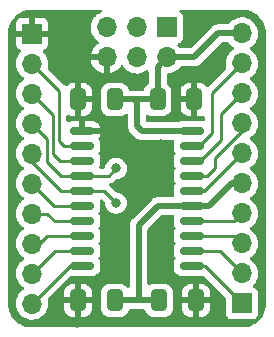
<source format=gtl>
G04 #@! TF.GenerationSoftware,KiCad,Pcbnew,6.0.8-1.fc36*
G04 #@! TF.CreationDate,2022-11-01T17:46:47+01:00*
G04 #@! TF.ProjectId,avr32dd20_eval,61767233-3264-4643-9230-5f6576616c2e,rev?*
G04 #@! TF.SameCoordinates,Original*
G04 #@! TF.FileFunction,Copper,L1,Top*
G04 #@! TF.FilePolarity,Positive*
%FSLAX46Y46*%
G04 Gerber Fmt 4.6, Leading zero omitted, Abs format (unit mm)*
G04 Created by KiCad (PCBNEW 6.0.8-1.fc36) date 2022-11-01 17:46:47*
%MOMM*%
%LPD*%
G01*
G04 APERTURE LIST*
G04 Aperture macros list*
%AMRoundRect*
0 Rectangle with rounded corners*
0 $1 Rounding radius*
0 $2 $3 $4 $5 $6 $7 $8 $9 X,Y pos of 4 corners*
0 Add a 4 corners polygon primitive as box body*
4,1,4,$2,$3,$4,$5,$6,$7,$8,$9,$2,$3,0*
0 Add four circle primitives for the rounded corners*
1,1,$1+$1,$2,$3*
1,1,$1+$1,$4,$5*
1,1,$1+$1,$6,$7*
1,1,$1+$1,$8,$9*
0 Add four rect primitives between the rounded corners*
20,1,$1+$1,$2,$3,$4,$5,0*
20,1,$1+$1,$4,$5,$6,$7,0*
20,1,$1+$1,$6,$7,$8,$9,0*
20,1,$1+$1,$8,$9,$2,$3,0*%
G04 Aperture macros list end*
G04 #@! TA.AperFunction,ComponentPad*
%ADD10R,1.700000X1.700000*%
G04 #@! TD*
G04 #@! TA.AperFunction,ComponentPad*
%ADD11O,1.700000X1.700000*%
G04 #@! TD*
G04 #@! TA.AperFunction,SMDPad,CuDef*
%ADD12RoundRect,0.250000X0.412500X0.650000X-0.412500X0.650000X-0.412500X-0.650000X0.412500X-0.650000X0*%
G04 #@! TD*
G04 #@! TA.AperFunction,SMDPad,CuDef*
%ADD13RoundRect,0.150000X-0.875000X-0.150000X0.875000X-0.150000X0.875000X0.150000X-0.875000X0.150000X0*%
G04 #@! TD*
G04 #@! TA.AperFunction,SMDPad,CuDef*
%ADD14RoundRect,0.250000X-0.412500X-0.650000X0.412500X-0.650000X0.412500X0.650000X-0.412500X0.650000X0*%
G04 #@! TD*
G04 #@! TA.AperFunction,ViaPad*
%ADD15C,0.800000*%
G04 #@! TD*
G04 #@! TA.AperFunction,Conductor*
%ADD16C,0.250000*%
G04 #@! TD*
G04 #@! TA.AperFunction,Conductor*
%ADD17C,0.500000*%
G04 #@! TD*
G04 APERTURE END LIST*
D10*
X101585000Y-71877000D03*
D11*
X101585000Y-74417000D03*
X99045000Y-71877000D03*
X99045000Y-74417000D03*
X96505000Y-71877000D03*
X96505000Y-74417000D03*
D12*
X104051500Y-94996000D03*
X100926500Y-94996000D03*
D13*
X94410000Y-80645000D03*
X94410000Y-81915000D03*
X94410000Y-83185000D03*
X94410000Y-84455000D03*
X94410000Y-85725000D03*
X94410000Y-86995000D03*
X94410000Y-88265000D03*
X94410000Y-89535000D03*
X94410000Y-90805000D03*
X94410000Y-92075000D03*
X103710000Y-92075000D03*
X103710000Y-90805000D03*
X103710000Y-89535000D03*
X103710000Y-88265000D03*
X103710000Y-86995000D03*
X103710000Y-85725000D03*
X103710000Y-84455000D03*
X103710000Y-83185000D03*
X103710000Y-81915000D03*
X103710000Y-80645000D03*
D14*
X94068500Y-94996000D03*
X97193500Y-94996000D03*
D12*
X103924500Y-77978000D03*
X100799500Y-77978000D03*
D14*
X94068500Y-77978000D03*
X97193500Y-77978000D03*
D10*
X107950000Y-95245000D03*
D11*
X107950000Y-92705000D03*
X107950000Y-90165000D03*
X107950000Y-87625000D03*
X107950000Y-85085000D03*
X107950000Y-82545000D03*
X107950000Y-80005000D03*
X107950000Y-77465000D03*
X107950000Y-74925000D03*
X107950000Y-72385000D03*
D10*
X90170000Y-72395000D03*
D11*
X90170000Y-74935000D03*
X90170000Y-77475000D03*
X90170000Y-80015000D03*
X90170000Y-82555000D03*
X90170000Y-85095000D03*
X90170000Y-87635000D03*
X90170000Y-90175000D03*
X90170000Y-92715000D03*
X90170000Y-95255000D03*
D15*
X93980000Y-96901000D03*
X97282000Y-83820000D03*
X104013000Y-96774000D03*
X101092000Y-83312000D03*
X101092000Y-92456000D03*
X103505000Y-71755000D03*
X101092000Y-85090000D03*
X94107000Y-72517000D03*
X94107000Y-75311000D03*
X94107000Y-71120000D03*
X94107000Y-73914000D03*
X97282000Y-90170000D03*
X101092000Y-90678000D03*
X104775000Y-71120000D03*
X101092000Y-81788000D03*
X97028000Y-80391000D03*
X101092000Y-89154000D03*
X102362000Y-77978000D03*
X97282000Y-91694000D03*
X104140000Y-75946000D03*
X97282000Y-88646000D03*
X97282000Y-86741000D03*
D16*
X97282000Y-86741000D02*
X96266000Y-85725000D01*
X96266000Y-85725000D02*
X94410000Y-85725000D01*
X103710000Y-83185000D02*
X104394000Y-83185000D01*
X104394000Y-83185000D02*
X106172000Y-81407000D01*
X106172000Y-81407000D02*
X106172000Y-79243000D01*
X106172000Y-79243000D02*
X107950000Y-77465000D01*
X103710000Y-84455000D02*
X104965500Y-84455000D01*
X107950000Y-80641751D02*
X107950000Y-80005000D01*
X104965500Y-84455000D02*
X105664000Y-83756500D01*
X105664000Y-83756500D02*
X105664000Y-82927751D01*
X105664000Y-82927751D02*
X107950000Y-80641751D01*
X91440000Y-83312000D02*
X92583000Y-84455000D01*
X91440000Y-81285000D02*
X91440000Y-83312000D01*
X96647000Y-84455000D02*
X94410000Y-84455000D01*
X92583000Y-84455000D02*
X94410000Y-84455000D01*
X97282000Y-83820000D02*
X96647000Y-84455000D01*
X90170000Y-80015000D02*
X91440000Y-81285000D01*
X90170000Y-82555000D02*
X90170000Y-83312000D01*
X92583000Y-85725000D02*
X94410000Y-85725000D01*
X90170000Y-83312000D02*
X92583000Y-85725000D01*
D17*
X100838000Y-86995000D02*
X103710000Y-86995000D01*
X107066000Y-85085000D02*
X105156000Y-86995000D01*
X99187000Y-94996000D02*
X99187000Y-88646000D01*
X105156000Y-86995000D02*
X103710000Y-86995000D01*
X97193500Y-94996000D02*
X99187000Y-94996000D01*
X99187000Y-88646000D02*
X100838000Y-86995000D01*
X107950000Y-85085000D02*
X107066000Y-85085000D01*
X99187000Y-94996000D02*
X100926500Y-94996000D01*
X103881000Y-74417000D02*
X101585000Y-74417000D01*
X100799500Y-77978000D02*
X100799500Y-75202500D01*
X98806000Y-77978000D02*
X100799500Y-77978000D01*
X97193500Y-77978000D02*
X98806000Y-77978000D01*
X99060000Y-80264000D02*
X99060000Y-78232000D01*
X99060000Y-78232000D02*
X98806000Y-77978000D01*
X100799500Y-75202500D02*
X101585000Y-74417000D01*
X107950000Y-72385000D02*
X105923000Y-72385000D01*
X99441000Y-80645000D02*
X99060000Y-80264000D01*
X103710000Y-80645000D02*
X99441000Y-80645000D01*
X103886000Y-74422000D02*
X103881000Y-74417000D01*
X105923000Y-72385000D02*
X103886000Y-74422000D01*
D16*
X92456000Y-81534000D02*
X92456000Y-77221000D01*
X92456000Y-77221000D02*
X90170000Y-74935000D01*
X92837000Y-81915000D02*
X92456000Y-81534000D01*
X94410000Y-81915000D02*
X92837000Y-81915000D01*
X90170000Y-77475000D02*
X91948000Y-79253000D01*
X91948000Y-82613500D02*
X92519500Y-83185000D01*
X91948000Y-79253000D02*
X91948000Y-82613500D01*
X92519500Y-83185000D02*
X94410000Y-83185000D01*
X92070000Y-86995000D02*
X94410000Y-86995000D01*
X90170000Y-85095000D02*
X92070000Y-86995000D01*
X91445000Y-87635000D02*
X92075000Y-88265000D01*
X90170000Y-87635000D02*
X91445000Y-87635000D01*
X92075000Y-88265000D02*
X94410000Y-88265000D01*
X90800000Y-90175000D02*
X91440000Y-89535000D01*
X90170000Y-90175000D02*
X90800000Y-90175000D01*
X91440000Y-89535000D02*
X94410000Y-89535000D01*
X92080000Y-90805000D02*
X94410000Y-90805000D01*
X90170000Y-92715000D02*
X92080000Y-90805000D01*
X90170000Y-95255000D02*
X93350000Y-92075000D01*
X93350000Y-92075000D02*
X94410000Y-92075000D01*
X104780000Y-92075000D02*
X107950000Y-95245000D01*
X103710000Y-92075000D02*
X104780000Y-92075000D01*
X103710000Y-90805000D02*
X106050000Y-90805000D01*
X106050000Y-90805000D02*
X107950000Y-92705000D01*
X107320000Y-89535000D02*
X107950000Y-90165000D01*
X103710000Y-89535000D02*
X107320000Y-89535000D01*
X103710000Y-88265000D02*
X107310000Y-88265000D01*
X107310000Y-88265000D02*
X107950000Y-87625000D01*
X103710000Y-85725000D02*
X104770000Y-85725000D01*
X104770000Y-85725000D02*
X107950000Y-82545000D01*
X103710000Y-81915000D02*
X104330500Y-81915000D01*
X104330500Y-81915000D02*
X105410000Y-80835500D01*
X105410000Y-77465000D02*
X107950000Y-74925000D01*
X105410000Y-80835500D02*
X105410000Y-77465000D01*
G04 #@! TA.AperFunction,Conductor*
G36*
X96054965Y-70378502D02*
G01*
X96101458Y-70432158D01*
X96111562Y-70502432D01*
X96082068Y-70567012D01*
X96025991Y-70604265D01*
X95976756Y-70620357D01*
X95778607Y-70723507D01*
X95774474Y-70726610D01*
X95774471Y-70726612D01*
X95604100Y-70854530D01*
X95599965Y-70857635D01*
X95560525Y-70898907D01*
X95506280Y-70955671D01*
X95445629Y-71019138D01*
X95442720Y-71023403D01*
X95442714Y-71023411D01*
X95363243Y-71139912D01*
X95319743Y-71203680D01*
X95279048Y-71291351D01*
X95237129Y-71381658D01*
X95225688Y-71406305D01*
X95165989Y-71621570D01*
X95142251Y-71843695D01*
X95142548Y-71848848D01*
X95142548Y-71848851D01*
X95148422Y-71950720D01*
X95155110Y-72066715D01*
X95156247Y-72071761D01*
X95156248Y-72071767D01*
X95171851Y-72141000D01*
X95204222Y-72284639D01*
X95248980Y-72394865D01*
X95273361Y-72454908D01*
X95288266Y-72491616D01*
X95325685Y-72552678D01*
X95402291Y-72677688D01*
X95404987Y-72682088D01*
X95551250Y-72850938D01*
X95723126Y-72993632D01*
X95796445Y-73036476D01*
X95796955Y-73036774D01*
X95845679Y-73088412D01*
X95858750Y-73158195D01*
X95832019Y-73223967D01*
X95791562Y-73257327D01*
X95783457Y-73261546D01*
X95774738Y-73267036D01*
X95604433Y-73394905D01*
X95596726Y-73401748D01*
X95449590Y-73555717D01*
X95443104Y-73563727D01*
X95323098Y-73739649D01*
X95318000Y-73748623D01*
X95228338Y-73941783D01*
X95224775Y-73951470D01*
X95169389Y-74151183D01*
X95170912Y-74159607D01*
X95183292Y-74163000D01*
X96633000Y-74163000D01*
X96701121Y-74183002D01*
X96747614Y-74236658D01*
X96759000Y-74289000D01*
X96759000Y-75735517D01*
X96763064Y-75749359D01*
X96776478Y-75751393D01*
X96783184Y-75750534D01*
X96793262Y-75748392D01*
X96997255Y-75687191D01*
X97006842Y-75683433D01*
X97198095Y-75589739D01*
X97206945Y-75584464D01*
X97380328Y-75460792D01*
X97388200Y-75454139D01*
X97539052Y-75303811D01*
X97545730Y-75295965D01*
X97673022Y-75118819D01*
X97674279Y-75119722D01*
X97721373Y-75076362D01*
X97791311Y-75064145D01*
X97856751Y-75091678D01*
X97884579Y-75123511D01*
X97891251Y-75134399D01*
X97944987Y-75222088D01*
X98091250Y-75390938D01*
X98263126Y-75533632D01*
X98456000Y-75646338D01*
X98664692Y-75726030D01*
X98669760Y-75727061D01*
X98669763Y-75727062D01*
X98764862Y-75746410D01*
X98883597Y-75770567D01*
X98888772Y-75770757D01*
X98888774Y-75770757D01*
X99101673Y-75778564D01*
X99101677Y-75778564D01*
X99106837Y-75778753D01*
X99111957Y-75778097D01*
X99111959Y-75778097D01*
X99323288Y-75751025D01*
X99323289Y-75751025D01*
X99328416Y-75750368D01*
X99333366Y-75748883D01*
X99537429Y-75687661D01*
X99537434Y-75687659D01*
X99542384Y-75686174D01*
X99742994Y-75587896D01*
X99841832Y-75517396D01*
X99908905Y-75494122D01*
X99977914Y-75510806D01*
X100026948Y-75562150D01*
X100041000Y-75619975D01*
X100041000Y-76579895D01*
X100020998Y-76648016D01*
X99981303Y-76687039D01*
X99912652Y-76729522D01*
X99787695Y-76854697D01*
X99783855Y-76860927D01*
X99783854Y-76860928D01*
X99714772Y-76973000D01*
X99694885Y-77005262D01*
X99686441Y-77030720D01*
X99652461Y-77133167D01*
X99612031Y-77191527D01*
X99546466Y-77218764D01*
X99532868Y-77219500D01*
X98893941Y-77219500D01*
X98882740Y-77219001D01*
X98881050Y-77218850D01*
X98873885Y-77217360D01*
X98813225Y-77219001D01*
X98796479Y-77219454D01*
X98793072Y-77219500D01*
X98460219Y-77219500D01*
X98392098Y-77199498D01*
X98345605Y-77145842D01*
X98340695Y-77133376D01*
X98340626Y-77133167D01*
X98297550Y-77004054D01*
X98204478Y-76853652D01*
X98079303Y-76728695D01*
X97948418Y-76648016D01*
X97934968Y-76639725D01*
X97934966Y-76639724D01*
X97928738Y-76635885D01*
X97848995Y-76609436D01*
X97767389Y-76582368D01*
X97767387Y-76582368D01*
X97760861Y-76580203D01*
X97754025Y-76579503D01*
X97754022Y-76579502D01*
X97710969Y-76575091D01*
X97656400Y-76569500D01*
X96730600Y-76569500D01*
X96727354Y-76569837D01*
X96727350Y-76569837D01*
X96631692Y-76579762D01*
X96631688Y-76579763D01*
X96624834Y-76580474D01*
X96618298Y-76582655D01*
X96618296Y-76582655D01*
X96601928Y-76588116D01*
X96457054Y-76636450D01*
X96306652Y-76729522D01*
X96181695Y-76854697D01*
X96177855Y-76860927D01*
X96177854Y-76860928D01*
X96108772Y-76973000D01*
X96088885Y-77005262D01*
X96033203Y-77173139D01*
X96022500Y-77277600D01*
X96022500Y-78678400D01*
X96022837Y-78681646D01*
X96022837Y-78681650D01*
X96032752Y-78777206D01*
X96033474Y-78784166D01*
X96035655Y-78790702D01*
X96035655Y-78790704D01*
X96045986Y-78821669D01*
X96089450Y-78951946D01*
X96182522Y-79102348D01*
X96307697Y-79227305D01*
X96313927Y-79231145D01*
X96313928Y-79231146D01*
X96451288Y-79315816D01*
X96458262Y-79320115D01*
X96510378Y-79337401D01*
X96619611Y-79373632D01*
X96619613Y-79373632D01*
X96626139Y-79375797D01*
X96632975Y-79376497D01*
X96632978Y-79376498D01*
X96676031Y-79380909D01*
X96730600Y-79386500D01*
X97656400Y-79386500D01*
X97659646Y-79386163D01*
X97659650Y-79386163D01*
X97755308Y-79376238D01*
X97755312Y-79376237D01*
X97762166Y-79375526D01*
X97768702Y-79373345D01*
X97768704Y-79373345D01*
X97908122Y-79326831D01*
X97929946Y-79319550D01*
X98080348Y-79226478D01*
X98085523Y-79221294D01*
X98086330Y-79220486D01*
X98087018Y-79220110D01*
X98091258Y-79216749D01*
X98091833Y-79217475D01*
X98148614Y-79186409D01*
X98219434Y-79191415D01*
X98276305Y-79233914D01*
X98301171Y-79300413D01*
X98301500Y-79309507D01*
X98301500Y-80196930D01*
X98300067Y-80215880D01*
X98296801Y-80237349D01*
X98297394Y-80244641D01*
X98297394Y-80244644D01*
X98301085Y-80290018D01*
X98301500Y-80300233D01*
X98301500Y-80308293D01*
X98301925Y-80311937D01*
X98304789Y-80336507D01*
X98305222Y-80340882D01*
X98309299Y-80391000D01*
X98311140Y-80413637D01*
X98313396Y-80420601D01*
X98314587Y-80426560D01*
X98315971Y-80432415D01*
X98316818Y-80439681D01*
X98341735Y-80508327D01*
X98343152Y-80512455D01*
X98365649Y-80581899D01*
X98369445Y-80588154D01*
X98371951Y-80593628D01*
X98374670Y-80599058D01*
X98377167Y-80605937D01*
X98381180Y-80612057D01*
X98381180Y-80612058D01*
X98417186Y-80666976D01*
X98419523Y-80670680D01*
X98457405Y-80733107D01*
X98461121Y-80737315D01*
X98461122Y-80737316D01*
X98464803Y-80741484D01*
X98464776Y-80741508D01*
X98467429Y-80744500D01*
X98470132Y-80747733D01*
X98474144Y-80753852D01*
X98479456Y-80758884D01*
X98530383Y-80807128D01*
X98532825Y-80809506D01*
X98857230Y-81133911D01*
X98869616Y-81148323D01*
X98878149Y-81159918D01*
X98878154Y-81159923D01*
X98882492Y-81165818D01*
X98888070Y-81170557D01*
X98888073Y-81170560D01*
X98922768Y-81200035D01*
X98930284Y-81206965D01*
X98935979Y-81212660D01*
X98938861Y-81214940D01*
X98958251Y-81230281D01*
X98961655Y-81233072D01*
X99011703Y-81275591D01*
X99017285Y-81280333D01*
X99023801Y-81283661D01*
X99028850Y-81287028D01*
X99033979Y-81290195D01*
X99039716Y-81294734D01*
X99105875Y-81325655D01*
X99109769Y-81327558D01*
X99174808Y-81360769D01*
X99181916Y-81362508D01*
X99187559Y-81364607D01*
X99193322Y-81366524D01*
X99199950Y-81369622D01*
X99207112Y-81371112D01*
X99207113Y-81371112D01*
X99271412Y-81384486D01*
X99275696Y-81385456D01*
X99346610Y-81402808D01*
X99352212Y-81403156D01*
X99352215Y-81403156D01*
X99357764Y-81403500D01*
X99357762Y-81403536D01*
X99361755Y-81403775D01*
X99365947Y-81404149D01*
X99373115Y-81405640D01*
X99450520Y-81403546D01*
X99453928Y-81403500D01*
X102086481Y-81403500D01*
X102154602Y-81423502D01*
X102201095Y-81477158D01*
X102211199Y-81547432D01*
X102207478Y-81564652D01*
X102181233Y-81654989D01*
X102181232Y-81654993D01*
X102179438Y-81661169D01*
X102176500Y-81698498D01*
X102176500Y-82131502D01*
X102179438Y-82168831D01*
X102225855Y-82328601D01*
X102310547Y-82471807D01*
X102313229Y-82474489D01*
X102338502Y-82538861D01*
X102324600Y-82608484D01*
X102314428Y-82624312D01*
X102310547Y-82628193D01*
X102225855Y-82771399D01*
X102179438Y-82931169D01*
X102178934Y-82937574D01*
X102178933Y-82937579D01*
X102177358Y-82957596D01*
X102176500Y-82968498D01*
X102176500Y-83401502D01*
X102176693Y-83403950D01*
X102176693Y-83403958D01*
X102178294Y-83424292D01*
X102179438Y-83438831D01*
X102181233Y-83445008D01*
X102221186Y-83582529D01*
X102225855Y-83598601D01*
X102310547Y-83741807D01*
X102313229Y-83744489D01*
X102338502Y-83808861D01*
X102324600Y-83878484D01*
X102314428Y-83894312D01*
X102310547Y-83898193D01*
X102225855Y-84041399D01*
X102179438Y-84201169D01*
X102176500Y-84238498D01*
X102176500Y-84671502D01*
X102176693Y-84673950D01*
X102176693Y-84673958D01*
X102177650Y-84686109D01*
X102179438Y-84708831D01*
X102225855Y-84868601D01*
X102310547Y-85011807D01*
X102313229Y-85014489D01*
X102338502Y-85078861D01*
X102324600Y-85148484D01*
X102314428Y-85164312D01*
X102310547Y-85168193D01*
X102225855Y-85311399D01*
X102223644Y-85319010D01*
X102223643Y-85319012D01*
X102221467Y-85326502D01*
X102179438Y-85471169D01*
X102176500Y-85508498D01*
X102176500Y-85941502D01*
X102176693Y-85943950D01*
X102176693Y-85943958D01*
X102178294Y-85964292D01*
X102179438Y-85978831D01*
X102181232Y-85985007D01*
X102181233Y-85985011D01*
X102207478Y-86075348D01*
X102207275Y-86146344D01*
X102168721Y-86205960D01*
X102104056Y-86235268D01*
X102086481Y-86236500D01*
X100905070Y-86236500D01*
X100886120Y-86235067D01*
X100871885Y-86232901D01*
X100871881Y-86232901D01*
X100864651Y-86231801D01*
X100857359Y-86232394D01*
X100857356Y-86232394D01*
X100811982Y-86236085D01*
X100801767Y-86236500D01*
X100793707Y-86236500D01*
X100790073Y-86236924D01*
X100790067Y-86236924D01*
X100777042Y-86238443D01*
X100765480Y-86239791D01*
X100761132Y-86240221D01*
X100739059Y-86242016D01*
X100695662Y-86245546D01*
X100695659Y-86245547D01*
X100688364Y-86246140D01*
X100681400Y-86248396D01*
X100675461Y-86249583D01*
X100669590Y-86250970D01*
X100662319Y-86251818D01*
X100655443Y-86254314D01*
X100655434Y-86254316D01*
X100593702Y-86276725D01*
X100589598Y-86278135D01*
X100520101Y-86300648D01*
X100513846Y-86304444D01*
X100508387Y-86306943D01*
X100502939Y-86309671D01*
X100496063Y-86312167D01*
X100435010Y-86352195D01*
X100431337Y-86354513D01*
X100368893Y-86392405D01*
X100360517Y-86399802D01*
X100360493Y-86399775D01*
X100357499Y-86402430D01*
X100354268Y-86405132D01*
X100348148Y-86409144D01*
X100317337Y-86441669D01*
X100294872Y-86465383D01*
X100292494Y-86467825D01*
X98698089Y-88062230D01*
X98683677Y-88074616D01*
X98672082Y-88083149D01*
X98672077Y-88083154D01*
X98666182Y-88087492D01*
X98661443Y-88093070D01*
X98661440Y-88093073D01*
X98631965Y-88127768D01*
X98625035Y-88135284D01*
X98619340Y-88140979D01*
X98617060Y-88143861D01*
X98601719Y-88163251D01*
X98598928Y-88166655D01*
X98556409Y-88216703D01*
X98551667Y-88222285D01*
X98548339Y-88228801D01*
X98544972Y-88233850D01*
X98541805Y-88238979D01*
X98537266Y-88244716D01*
X98506345Y-88310875D01*
X98504442Y-88314769D01*
X98471231Y-88379808D01*
X98469492Y-88386916D01*
X98467393Y-88392559D01*
X98465476Y-88398322D01*
X98462378Y-88404950D01*
X98460888Y-88412112D01*
X98460888Y-88412113D01*
X98447514Y-88476412D01*
X98446544Y-88480696D01*
X98429192Y-88551610D01*
X98428500Y-88562764D01*
X98428464Y-88562762D01*
X98428225Y-88566755D01*
X98427851Y-88570947D01*
X98426360Y-88578115D01*
X98426558Y-88585432D01*
X98428454Y-88655521D01*
X98428500Y-88658928D01*
X98428500Y-93793840D01*
X98408498Y-93861961D01*
X98354842Y-93908454D01*
X98284568Y-93918558D01*
X98219988Y-93889064D01*
X98206592Y-93875068D01*
X98204478Y-93871652D01*
X98079303Y-93746695D01*
X97990961Y-93692240D01*
X97934968Y-93657725D01*
X97934966Y-93657724D01*
X97928738Y-93653885D01*
X97848995Y-93627436D01*
X97767389Y-93600368D01*
X97767387Y-93600368D01*
X97760861Y-93598203D01*
X97754025Y-93597503D01*
X97754022Y-93597502D01*
X97710969Y-93593091D01*
X97656400Y-93587500D01*
X96730600Y-93587500D01*
X96727354Y-93587837D01*
X96727350Y-93587837D01*
X96631692Y-93597762D01*
X96631688Y-93597763D01*
X96624834Y-93598474D01*
X96618298Y-93600655D01*
X96618296Y-93600655D01*
X96601928Y-93606116D01*
X96457054Y-93654450D01*
X96306652Y-93747522D01*
X96181695Y-93872697D01*
X96177855Y-93878927D01*
X96177854Y-93878928D01*
X96104237Y-93998357D01*
X96088885Y-94023262D01*
X96033203Y-94191139D01*
X96022500Y-94295600D01*
X96022500Y-95696400D01*
X96022837Y-95699646D01*
X96022837Y-95699650D01*
X96032752Y-95795206D01*
X96033474Y-95802166D01*
X96035655Y-95808702D01*
X96035655Y-95808704D01*
X96046374Y-95840833D01*
X96089450Y-95969946D01*
X96182522Y-96120348D01*
X96307697Y-96245305D01*
X96313927Y-96249145D01*
X96313928Y-96249146D01*
X96451288Y-96333816D01*
X96458262Y-96338115D01*
X96469086Y-96341705D01*
X96619611Y-96391632D01*
X96619613Y-96391632D01*
X96626139Y-96393797D01*
X96632975Y-96394497D01*
X96632978Y-96394498D01*
X96676031Y-96398909D01*
X96730600Y-96404500D01*
X97656400Y-96404500D01*
X97659646Y-96404163D01*
X97659650Y-96404163D01*
X97755308Y-96394238D01*
X97755312Y-96394237D01*
X97762166Y-96393526D01*
X97768702Y-96391345D01*
X97768704Y-96391345D01*
X97917492Y-96341705D01*
X97929946Y-96337550D01*
X98080348Y-96244478D01*
X98205305Y-96119303D01*
X98241806Y-96060088D01*
X98294275Y-95974968D01*
X98294276Y-95974966D01*
X98298115Y-95968738D01*
X98340539Y-95840833D01*
X98380969Y-95782473D01*
X98446534Y-95755236D01*
X98460132Y-95754500D01*
X99159165Y-95754500D01*
X99166966Y-95754742D01*
X99228298Y-95758547D01*
X99241260Y-95756320D01*
X99262596Y-95754500D01*
X99659781Y-95754500D01*
X99727902Y-95774502D01*
X99774395Y-95828158D01*
X99779303Y-95840618D01*
X99822450Y-95969946D01*
X99915522Y-96120348D01*
X100040697Y-96245305D01*
X100046927Y-96249145D01*
X100046928Y-96249146D01*
X100184288Y-96333816D01*
X100191262Y-96338115D01*
X100202086Y-96341705D01*
X100352611Y-96391632D01*
X100352613Y-96391632D01*
X100359139Y-96393797D01*
X100365975Y-96394497D01*
X100365978Y-96394498D01*
X100409031Y-96398909D01*
X100463600Y-96404500D01*
X101389400Y-96404500D01*
X101392646Y-96404163D01*
X101392650Y-96404163D01*
X101488308Y-96394238D01*
X101488312Y-96394237D01*
X101495166Y-96393526D01*
X101501702Y-96391345D01*
X101501704Y-96391345D01*
X101650492Y-96341705D01*
X101662946Y-96337550D01*
X101813348Y-96244478D01*
X101938305Y-96119303D01*
X101974806Y-96060088D01*
X102027275Y-95974968D01*
X102027276Y-95974966D01*
X102031115Y-95968738D01*
X102086797Y-95800861D01*
X102091133Y-95758547D01*
X102097167Y-95699650D01*
X102097500Y-95696400D01*
X102097500Y-95693095D01*
X102881001Y-95693095D01*
X102881338Y-95699614D01*
X102891257Y-95795206D01*
X102894149Y-95808600D01*
X102945588Y-95962784D01*
X102951761Y-95975962D01*
X103037063Y-96113807D01*
X103046099Y-96125208D01*
X103160829Y-96239739D01*
X103172240Y-96248751D01*
X103310243Y-96333816D01*
X103323424Y-96339963D01*
X103477710Y-96391138D01*
X103491086Y-96394005D01*
X103585438Y-96403672D01*
X103591854Y-96404000D01*
X103779385Y-96404000D01*
X103794624Y-96399525D01*
X103795829Y-96398135D01*
X103797500Y-96390452D01*
X103797500Y-96385884D01*
X104305500Y-96385884D01*
X104309975Y-96401123D01*
X104311365Y-96402328D01*
X104319048Y-96403999D01*
X104511095Y-96403999D01*
X104517614Y-96403662D01*
X104613206Y-96393743D01*
X104626600Y-96390851D01*
X104780784Y-96339412D01*
X104793962Y-96333239D01*
X104931807Y-96247937D01*
X104943208Y-96238901D01*
X105057739Y-96124171D01*
X105066751Y-96112760D01*
X105151816Y-95974757D01*
X105157963Y-95961576D01*
X105209138Y-95807290D01*
X105212005Y-95793914D01*
X105221672Y-95699562D01*
X105222000Y-95693145D01*
X105222000Y-95268115D01*
X105217525Y-95252876D01*
X105216135Y-95251671D01*
X105208452Y-95250000D01*
X104323615Y-95250000D01*
X104308376Y-95254475D01*
X104307171Y-95255865D01*
X104305500Y-95263548D01*
X104305500Y-96385884D01*
X103797500Y-96385884D01*
X103797500Y-95268115D01*
X103793025Y-95252876D01*
X103791635Y-95251671D01*
X103783952Y-95250000D01*
X102899116Y-95250000D01*
X102883877Y-95254475D01*
X102882672Y-95255865D01*
X102881001Y-95263548D01*
X102881001Y-95693095D01*
X102097500Y-95693095D01*
X102097500Y-94723885D01*
X102881000Y-94723885D01*
X102885475Y-94739124D01*
X102886865Y-94740329D01*
X102894548Y-94742000D01*
X103779385Y-94742000D01*
X103794624Y-94737525D01*
X103795829Y-94736135D01*
X103797500Y-94728452D01*
X103797500Y-94723885D01*
X104305500Y-94723885D01*
X104309975Y-94739124D01*
X104311365Y-94740329D01*
X104319048Y-94742000D01*
X105203884Y-94742000D01*
X105219123Y-94737525D01*
X105220328Y-94736135D01*
X105221999Y-94728452D01*
X105221999Y-94298905D01*
X105221662Y-94292386D01*
X105211743Y-94196794D01*
X105208851Y-94183400D01*
X105157412Y-94029216D01*
X105151239Y-94016038D01*
X105065937Y-93878193D01*
X105056901Y-93866792D01*
X104942171Y-93752261D01*
X104930760Y-93743249D01*
X104792757Y-93658184D01*
X104779576Y-93652037D01*
X104625290Y-93600862D01*
X104611914Y-93597995D01*
X104517562Y-93588328D01*
X104511145Y-93588000D01*
X104323615Y-93588000D01*
X104308376Y-93592475D01*
X104307171Y-93593865D01*
X104305500Y-93601548D01*
X104305500Y-94723885D01*
X103797500Y-94723885D01*
X103797500Y-93606116D01*
X103793025Y-93590877D01*
X103791635Y-93589672D01*
X103783952Y-93588001D01*
X103591905Y-93588001D01*
X103585386Y-93588338D01*
X103489794Y-93598257D01*
X103476400Y-93601149D01*
X103322216Y-93652588D01*
X103309038Y-93658761D01*
X103171193Y-93744063D01*
X103159792Y-93753099D01*
X103045261Y-93867829D01*
X103036249Y-93879240D01*
X102951184Y-94017243D01*
X102945037Y-94030424D01*
X102893862Y-94184710D01*
X102890995Y-94198086D01*
X102881328Y-94292438D01*
X102881000Y-94298855D01*
X102881000Y-94723885D01*
X102097500Y-94723885D01*
X102097500Y-94295600D01*
X102097163Y-94292350D01*
X102087238Y-94196692D01*
X102087237Y-94196688D01*
X102086526Y-94189834D01*
X102072668Y-94148295D01*
X102032868Y-94029002D01*
X102030550Y-94022054D01*
X101937478Y-93871652D01*
X101812303Y-93746695D01*
X101723961Y-93692240D01*
X101667968Y-93657725D01*
X101667966Y-93657724D01*
X101661738Y-93653885D01*
X101581995Y-93627436D01*
X101500389Y-93600368D01*
X101500387Y-93600368D01*
X101493861Y-93598203D01*
X101487025Y-93597503D01*
X101487022Y-93597502D01*
X101443969Y-93593091D01*
X101389400Y-93587500D01*
X100463600Y-93587500D01*
X100460354Y-93587837D01*
X100460350Y-93587837D01*
X100364692Y-93597762D01*
X100364688Y-93597763D01*
X100357834Y-93598474D01*
X100351298Y-93600655D01*
X100351296Y-93600655D01*
X100334928Y-93606116D01*
X100190054Y-93654450D01*
X100141557Y-93684461D01*
X100137803Y-93686784D01*
X100069351Y-93705622D01*
X100001581Y-93684461D01*
X99956010Y-93630020D01*
X99945500Y-93579640D01*
X99945500Y-89012371D01*
X99965502Y-88944250D01*
X99982405Y-88923276D01*
X101115276Y-87790405D01*
X101177588Y-87756379D01*
X101204371Y-87753500D01*
X102086481Y-87753500D01*
X102154602Y-87773502D01*
X102201095Y-87827158D01*
X102211199Y-87897432D01*
X102207478Y-87914652D01*
X102181233Y-88004989D01*
X102181232Y-88004993D01*
X102179438Y-88011169D01*
X102176500Y-88048498D01*
X102176500Y-88481502D01*
X102176693Y-88483950D01*
X102176693Y-88483958D01*
X102178294Y-88504292D01*
X102179438Y-88518831D01*
X102198787Y-88585432D01*
X102222202Y-88666026D01*
X102225855Y-88678601D01*
X102310547Y-88821807D01*
X102313229Y-88824489D01*
X102338502Y-88888861D01*
X102324600Y-88958484D01*
X102314428Y-88974312D01*
X102310547Y-88978193D01*
X102225855Y-89121399D01*
X102179438Y-89281169D01*
X102176500Y-89318498D01*
X102176500Y-89751502D01*
X102179438Y-89788831D01*
X102225855Y-89948601D01*
X102310547Y-90091807D01*
X102313229Y-90094489D01*
X102338502Y-90158861D01*
X102324600Y-90228484D01*
X102314428Y-90244312D01*
X102310547Y-90248193D01*
X102225855Y-90391399D01*
X102179438Y-90551169D01*
X102176500Y-90588498D01*
X102176500Y-91021502D01*
X102176693Y-91023950D01*
X102176693Y-91023958D01*
X102178294Y-91044292D01*
X102179438Y-91058831D01*
X102181233Y-91065008D01*
X102221186Y-91202529D01*
X102225855Y-91218601D01*
X102310547Y-91361807D01*
X102313229Y-91364489D01*
X102338502Y-91428861D01*
X102324600Y-91498484D01*
X102314428Y-91514312D01*
X102310547Y-91518193D01*
X102225855Y-91661399D01*
X102179438Y-91821169D01*
X102176500Y-91858498D01*
X102176500Y-92291502D01*
X102176693Y-92293950D01*
X102176693Y-92293958D01*
X102178192Y-92312994D01*
X102179438Y-92328831D01*
X102208472Y-92428769D01*
X102214516Y-92449570D01*
X102225855Y-92488601D01*
X102229892Y-92495427D01*
X102306509Y-92624980D01*
X102306511Y-92624983D01*
X102310547Y-92631807D01*
X102428193Y-92749453D01*
X102435017Y-92753489D01*
X102435020Y-92753491D01*
X102503497Y-92793988D01*
X102571399Y-92834145D01*
X102579010Y-92836356D01*
X102579012Y-92836357D01*
X102631231Y-92851528D01*
X102731169Y-92880562D01*
X102737574Y-92881066D01*
X102737579Y-92881067D01*
X102766042Y-92883307D01*
X102766050Y-92883307D01*
X102768498Y-92883500D01*
X104640406Y-92883500D01*
X104708527Y-92903502D01*
X104729501Y-92920405D01*
X105643337Y-93834242D01*
X106554595Y-94745500D01*
X106588621Y-94807812D01*
X106591500Y-94834595D01*
X106591500Y-96143134D01*
X106598255Y-96205316D01*
X106649385Y-96341705D01*
X106736739Y-96458261D01*
X106853295Y-96545615D01*
X106989684Y-96596745D01*
X107051866Y-96603500D01*
X108848134Y-96603500D01*
X108910316Y-96596745D01*
X109046705Y-96545615D01*
X109163261Y-96458261D01*
X109250615Y-96341705D01*
X109301745Y-96205316D01*
X109308500Y-96143134D01*
X109308500Y-94346866D01*
X109301745Y-94284684D01*
X109250615Y-94148295D01*
X109163261Y-94031739D01*
X109046705Y-93944385D01*
X109034132Y-93939672D01*
X108928203Y-93899960D01*
X108871439Y-93857318D01*
X108846739Y-93790756D01*
X108861947Y-93721408D01*
X108883493Y-93692727D01*
X108917578Y-93658761D01*
X108988096Y-93588489D01*
X109118453Y-93407077D01*
X109156737Y-93329616D01*
X109215136Y-93211453D01*
X109215137Y-93211451D01*
X109217430Y-93206811D01*
X109269008Y-93037050D01*
X109280865Y-92998023D01*
X109280865Y-92998021D01*
X109282370Y-92993069D01*
X109311529Y-92771590D01*
X109313156Y-92705000D01*
X109294852Y-92482361D01*
X109240431Y-92265702D01*
X109151354Y-92060840D01*
X109030014Y-91873277D01*
X108879670Y-91708051D01*
X108875619Y-91704852D01*
X108875615Y-91704848D01*
X108708414Y-91572800D01*
X108708410Y-91572798D01*
X108704359Y-91569598D01*
X108663053Y-91546796D01*
X108613084Y-91496364D01*
X108598312Y-91426921D01*
X108623428Y-91360516D01*
X108650780Y-91333909D01*
X108714684Y-91288327D01*
X108829860Y-91206173D01*
X108988096Y-91048489D01*
X109118453Y-90867077D01*
X109156737Y-90789616D01*
X109215136Y-90671453D01*
X109215137Y-90671451D01*
X109217430Y-90666811D01*
X109282370Y-90453069D01*
X109311529Y-90231590D01*
X109312630Y-90186526D01*
X109313074Y-90168365D01*
X109313074Y-90168361D01*
X109313156Y-90165000D01*
X109294852Y-89942361D01*
X109240431Y-89725702D01*
X109151354Y-89520840D01*
X109030014Y-89333277D01*
X108879670Y-89168051D01*
X108875619Y-89164852D01*
X108875615Y-89164848D01*
X108708414Y-89032800D01*
X108708410Y-89032798D01*
X108704359Y-89029598D01*
X108663053Y-89006796D01*
X108613084Y-88956364D01*
X108598312Y-88886921D01*
X108623428Y-88820516D01*
X108650780Y-88793909D01*
X108720960Y-88743850D01*
X108829860Y-88666173D01*
X108837131Y-88658928D01*
X108978061Y-88518489D01*
X108988096Y-88508489D01*
X109118453Y-88327077D01*
X109125493Y-88312834D01*
X109215136Y-88131453D01*
X109215137Y-88131451D01*
X109217430Y-88126811D01*
X109282370Y-87913069D01*
X109311529Y-87691590D01*
X109311611Y-87688240D01*
X109313074Y-87628365D01*
X109313074Y-87628361D01*
X109313156Y-87625000D01*
X109294852Y-87402361D01*
X109240431Y-87185702D01*
X109151354Y-86980840D01*
X109030014Y-86793277D01*
X108879670Y-86628051D01*
X108875619Y-86624852D01*
X108875615Y-86624848D01*
X108708414Y-86492800D01*
X108708410Y-86492798D01*
X108704359Y-86489598D01*
X108663053Y-86466796D01*
X108613084Y-86416364D01*
X108598312Y-86346921D01*
X108623428Y-86280516D01*
X108650780Y-86253909D01*
X108720671Y-86204056D01*
X108829860Y-86126173D01*
X108988096Y-85968489D01*
X109001467Y-85949882D01*
X109115435Y-85791277D01*
X109118453Y-85787077D01*
X109156737Y-85709616D01*
X109215136Y-85591453D01*
X109215137Y-85591451D01*
X109217430Y-85586811D01*
X109282370Y-85373069D01*
X109311529Y-85151590D01*
X109312501Y-85111819D01*
X109313074Y-85088365D01*
X109313074Y-85088361D01*
X109313156Y-85085000D01*
X109294852Y-84862361D01*
X109240431Y-84645702D01*
X109151354Y-84440840D01*
X109030014Y-84253277D01*
X108879670Y-84088051D01*
X108875619Y-84084852D01*
X108875615Y-84084848D01*
X108708414Y-83952800D01*
X108708410Y-83952798D01*
X108704359Y-83949598D01*
X108663053Y-83926796D01*
X108613084Y-83876364D01*
X108598312Y-83806921D01*
X108623428Y-83740516D01*
X108650780Y-83713909D01*
X108759114Y-83636635D01*
X108829860Y-83586173D01*
X108988096Y-83428489D01*
X109118453Y-83247077D01*
X109146586Y-83190155D01*
X109215136Y-83051453D01*
X109215137Y-83051451D01*
X109217430Y-83046811D01*
X109282370Y-82833069D01*
X109311529Y-82611590D01*
X109313034Y-82550000D01*
X109313074Y-82548365D01*
X109313074Y-82548361D01*
X109313156Y-82545000D01*
X109294852Y-82322361D01*
X109240431Y-82105702D01*
X109151354Y-81900840D01*
X109030014Y-81713277D01*
X108879670Y-81548051D01*
X108875619Y-81544852D01*
X108875615Y-81544848D01*
X108708414Y-81412800D01*
X108708410Y-81412798D01*
X108704359Y-81409598D01*
X108663053Y-81386796D01*
X108613084Y-81336364D01*
X108598312Y-81266921D01*
X108623428Y-81200516D01*
X108650780Y-81173909D01*
X108745284Y-81106500D01*
X108829860Y-81046173D01*
X108988096Y-80888489D01*
X109033472Y-80825342D01*
X109115435Y-80711277D01*
X109118453Y-80707077D01*
X109156737Y-80629616D01*
X109215136Y-80511453D01*
X109215137Y-80511451D01*
X109217430Y-80506811D01*
X109268509Y-80338692D01*
X109280865Y-80298023D01*
X109280865Y-80298021D01*
X109282370Y-80293069D01*
X109311529Y-80071590D01*
X109313156Y-80005000D01*
X109294852Y-79782361D01*
X109240431Y-79565702D01*
X109151354Y-79360840D01*
X109061621Y-79222134D01*
X109032822Y-79177617D01*
X109032820Y-79177614D01*
X109030014Y-79173277D01*
X108879670Y-79008051D01*
X108875619Y-79004852D01*
X108875615Y-79004848D01*
X108708414Y-78872800D01*
X108708410Y-78872798D01*
X108704359Y-78869598D01*
X108663053Y-78846796D01*
X108613084Y-78796364D01*
X108598312Y-78726921D01*
X108623428Y-78660516D01*
X108650780Y-78633909D01*
X108714684Y-78588327D01*
X108829860Y-78506173D01*
X108988096Y-78348489D01*
X109058785Y-78250115D01*
X109115435Y-78171277D01*
X109118453Y-78167077D01*
X109156737Y-78089616D01*
X109215136Y-77971453D01*
X109215137Y-77971451D01*
X109217430Y-77966811D01*
X109282370Y-77753069D01*
X109311529Y-77531590D01*
X109312426Y-77494875D01*
X109313074Y-77468365D01*
X109313074Y-77468361D01*
X109313156Y-77465000D01*
X109294852Y-77242361D01*
X109240431Y-77025702D01*
X109151354Y-76820840D01*
X109090040Y-76726063D01*
X109032822Y-76637617D01*
X109032820Y-76637614D01*
X109030014Y-76633277D01*
X108879670Y-76468051D01*
X108875619Y-76464852D01*
X108875615Y-76464848D01*
X108708414Y-76332800D01*
X108708410Y-76332798D01*
X108704359Y-76329598D01*
X108663053Y-76306796D01*
X108613084Y-76256364D01*
X108598312Y-76186921D01*
X108623428Y-76120516D01*
X108650780Y-76093909D01*
X108714684Y-76048327D01*
X108829860Y-75966173D01*
X108988096Y-75808489D01*
X109009464Y-75778753D01*
X109115435Y-75631277D01*
X109118453Y-75627077D01*
X109136907Y-75589739D01*
X109215136Y-75431453D01*
X109215137Y-75431451D01*
X109217430Y-75426811D01*
X109277827Y-75228022D01*
X109280865Y-75218023D01*
X109280865Y-75218021D01*
X109282370Y-75213069D01*
X109311529Y-74991590D01*
X109311991Y-74972685D01*
X109313074Y-74928365D01*
X109313074Y-74928361D01*
X109313156Y-74925000D01*
X109294852Y-74702361D01*
X109240431Y-74485702D01*
X109151354Y-74280840D01*
X109039291Y-74107617D01*
X109032822Y-74097617D01*
X109032820Y-74097614D01*
X109030014Y-74093277D01*
X108879670Y-73928051D01*
X108875619Y-73924852D01*
X108875615Y-73924848D01*
X108708414Y-73792800D01*
X108708410Y-73792798D01*
X108704359Y-73789598D01*
X108663053Y-73766796D01*
X108613084Y-73716364D01*
X108598312Y-73646921D01*
X108623428Y-73580516D01*
X108650780Y-73553909D01*
X108694603Y-73522650D01*
X108829860Y-73426173D01*
X108836004Y-73420051D01*
X108984435Y-73272137D01*
X108988096Y-73268489D01*
X108995061Y-73258797D01*
X109115435Y-73091277D01*
X109118453Y-73087077D01*
X109125650Y-73072516D01*
X109215136Y-72891453D01*
X109215137Y-72891451D01*
X109217430Y-72886811D01*
X109282370Y-72673069D01*
X109311529Y-72451590D01*
X109313156Y-72385000D01*
X109294852Y-72162361D01*
X109240431Y-71945702D01*
X109151354Y-71740840D01*
X109086290Y-71640267D01*
X109032822Y-71557617D01*
X109032820Y-71557614D01*
X109030014Y-71553277D01*
X108879670Y-71388051D01*
X108875619Y-71384852D01*
X108875615Y-71384848D01*
X108708414Y-71252800D01*
X108708410Y-71252798D01*
X108704359Y-71249598D01*
X108508789Y-71141638D01*
X108503920Y-71139914D01*
X108503916Y-71139912D01*
X108303087Y-71068795D01*
X108303083Y-71068794D01*
X108298212Y-71067069D01*
X108293119Y-71066162D01*
X108293116Y-71066161D01*
X108083373Y-71028800D01*
X108083367Y-71028799D01*
X108078284Y-71027894D01*
X108004452Y-71026992D01*
X107860081Y-71025228D01*
X107860079Y-71025228D01*
X107854911Y-71025165D01*
X107634091Y-71058955D01*
X107421756Y-71128357D01*
X107223607Y-71231507D01*
X107219474Y-71234610D01*
X107219471Y-71234612D01*
X107049100Y-71362530D01*
X107044965Y-71365635D01*
X106890629Y-71527138D01*
X106860363Y-71571507D01*
X106805455Y-71616507D01*
X106756277Y-71626500D01*
X105990070Y-71626500D01*
X105971120Y-71625067D01*
X105956885Y-71622901D01*
X105956881Y-71622901D01*
X105949651Y-71621801D01*
X105942359Y-71622394D01*
X105942356Y-71622394D01*
X105896982Y-71626085D01*
X105886767Y-71626500D01*
X105878707Y-71626500D01*
X105865417Y-71628049D01*
X105850493Y-71629789D01*
X105846118Y-71630222D01*
X105780661Y-71635546D01*
X105780658Y-71635547D01*
X105773363Y-71636140D01*
X105766399Y-71638396D01*
X105760440Y-71639587D01*
X105754585Y-71640971D01*
X105747319Y-71641818D01*
X105678673Y-71666735D01*
X105674545Y-71668152D01*
X105612064Y-71688393D01*
X105612062Y-71688394D01*
X105605101Y-71690649D01*
X105598846Y-71694445D01*
X105593372Y-71696951D01*
X105587942Y-71699670D01*
X105581063Y-71702167D01*
X105574943Y-71706180D01*
X105574942Y-71706180D01*
X105520024Y-71742186D01*
X105516320Y-71744523D01*
X105453893Y-71782405D01*
X105445516Y-71789803D01*
X105445492Y-71789776D01*
X105442500Y-71792429D01*
X105439267Y-71795132D01*
X105433148Y-71799144D01*
X105428116Y-71804456D01*
X105379872Y-71855383D01*
X105377494Y-71857825D01*
X103613724Y-73621595D01*
X103551412Y-73655621D01*
X103524629Y-73658500D01*
X102780939Y-73658500D01*
X102712818Y-73638498D01*
X102675147Y-73600941D01*
X102672025Y-73596114D01*
X102665014Y-73585277D01*
X102645405Y-73563727D01*
X102517798Y-73423488D01*
X102486746Y-73359642D01*
X102495141Y-73289143D01*
X102540317Y-73234375D01*
X102566761Y-73220706D01*
X102673297Y-73180767D01*
X102681705Y-73177615D01*
X102798261Y-73090261D01*
X102885615Y-72973705D01*
X102936745Y-72837316D01*
X102943500Y-72775134D01*
X102943500Y-70978866D01*
X102936745Y-70916684D01*
X102885615Y-70780295D01*
X102798261Y-70663739D01*
X102693635Y-70585326D01*
X102651120Y-70528467D01*
X102646094Y-70457648D01*
X102680154Y-70395355D01*
X102742485Y-70361365D01*
X102769200Y-70358500D01*
X107900633Y-70358500D01*
X107920018Y-70360000D01*
X107934851Y-70362310D01*
X107934855Y-70362310D01*
X107943724Y-70363691D01*
X107952626Y-70362527D01*
X107952629Y-70362527D01*
X107960012Y-70361561D01*
X107984591Y-70360767D01*
X108011442Y-70362527D01*
X108206922Y-70375340D01*
X108223262Y-70377491D01*
X108313071Y-70395355D01*
X108467696Y-70426112D01*
X108483606Y-70430375D01*
X108719600Y-70510484D01*
X108734826Y-70516791D01*
X108958342Y-70627016D01*
X108972616Y-70635257D01*
X109179829Y-70773713D01*
X109192905Y-70783746D01*
X109380278Y-70948068D01*
X109391932Y-70959722D01*
X109556254Y-71147095D01*
X109566287Y-71160171D01*
X109704743Y-71367384D01*
X109712984Y-71381658D01*
X109823209Y-71605174D01*
X109829515Y-71620398D01*
X109909625Y-71856394D01*
X109913889Y-71872307D01*
X109962509Y-72116738D01*
X109964660Y-72133078D01*
X109978763Y-72348236D01*
X109977733Y-72371350D01*
X109977690Y-72374854D01*
X109976309Y-72383724D01*
X109977473Y-72392626D01*
X109977473Y-72392628D01*
X109980436Y-72415283D01*
X109981500Y-72431621D01*
X109981500Y-95200633D01*
X109980000Y-95220018D01*
X109977690Y-95234851D01*
X109977690Y-95234855D01*
X109976309Y-95243724D01*
X109977473Y-95252626D01*
X109977473Y-95252629D01*
X109978439Y-95260012D01*
X109979233Y-95284591D01*
X109964660Y-95506922D01*
X109962509Y-95523262D01*
X109915799Y-95758093D01*
X109913889Y-95767693D01*
X109909625Y-95783606D01*
X109829516Y-96019600D01*
X109823209Y-96034826D01*
X109712984Y-96258342D01*
X109704743Y-96272616D01*
X109566287Y-96479829D01*
X109556254Y-96492905D01*
X109391932Y-96680278D01*
X109380278Y-96691932D01*
X109192905Y-96856254D01*
X109179829Y-96866287D01*
X108972616Y-97004743D01*
X108958342Y-97012984D01*
X108734826Y-97123209D01*
X108719602Y-97129515D01*
X108483606Y-97209625D01*
X108467696Y-97213888D01*
X108345477Y-97238199D01*
X108223262Y-97262509D01*
X108206922Y-97264660D01*
X108058134Y-97274413D01*
X107991763Y-97278763D01*
X107968650Y-97277733D01*
X107965146Y-97277690D01*
X107956276Y-97276309D01*
X107947374Y-97277473D01*
X107947372Y-97277473D01*
X107933915Y-97279233D01*
X107924714Y-97280436D01*
X107908379Y-97281500D01*
X90219367Y-97281500D01*
X90199982Y-97280000D01*
X90185149Y-97277690D01*
X90185145Y-97277690D01*
X90176276Y-97276309D01*
X90167374Y-97277473D01*
X90167371Y-97277473D01*
X90159988Y-97278439D01*
X90135409Y-97279233D01*
X90090799Y-97276309D01*
X89913078Y-97264660D01*
X89896738Y-97262509D01*
X89774523Y-97238199D01*
X89652304Y-97213888D01*
X89636394Y-97209625D01*
X89400398Y-97129515D01*
X89385174Y-97123209D01*
X89161658Y-97012984D01*
X89147384Y-97004743D01*
X88940171Y-96866287D01*
X88927095Y-96856254D01*
X88739722Y-96691932D01*
X88728068Y-96680278D01*
X88563746Y-96492905D01*
X88553713Y-96479829D01*
X88415257Y-96272616D01*
X88407016Y-96258342D01*
X88296791Y-96034826D01*
X88290484Y-96019600D01*
X88210375Y-95783606D01*
X88206111Y-95767693D01*
X88204202Y-95758093D01*
X88157491Y-95523262D01*
X88155340Y-95506922D01*
X88141476Y-95295407D01*
X88142650Y-95272232D01*
X88142334Y-95272204D01*
X88142770Y-95267344D01*
X88143576Y-95262552D01*
X88143729Y-95250000D01*
X88139773Y-95222376D01*
X88139724Y-95221695D01*
X88807251Y-95221695D01*
X88807548Y-95226848D01*
X88807548Y-95226851D01*
X88813011Y-95321590D01*
X88820110Y-95444715D01*
X88821247Y-95449761D01*
X88821248Y-95449767D01*
X88841119Y-95537939D01*
X88869222Y-95662639D01*
X88923093Y-95795308D01*
X88941579Y-95840833D01*
X88953266Y-95869616D01*
X88955965Y-95874020D01*
X89049969Y-96027421D01*
X89069987Y-96060088D01*
X89216250Y-96228938D01*
X89388126Y-96371632D01*
X89581000Y-96484338D01*
X89585825Y-96486180D01*
X89585826Y-96486181D01*
X89658612Y-96513975D01*
X89789692Y-96564030D01*
X89794760Y-96565061D01*
X89794763Y-96565062D01*
X89902017Y-96586883D01*
X90008597Y-96608567D01*
X90013772Y-96608757D01*
X90013774Y-96608757D01*
X90226673Y-96616564D01*
X90226677Y-96616564D01*
X90231837Y-96616753D01*
X90236957Y-96616097D01*
X90236959Y-96616097D01*
X90448288Y-96589025D01*
X90448289Y-96589025D01*
X90453416Y-96588368D01*
X90458366Y-96586883D01*
X90662429Y-96525661D01*
X90662434Y-96525659D01*
X90667384Y-96524174D01*
X90867994Y-96425896D01*
X91049860Y-96296173D01*
X91073500Y-96272616D01*
X91204435Y-96142137D01*
X91208096Y-96138489D01*
X91217415Y-96125521D01*
X91335435Y-95961277D01*
X91338453Y-95957077D01*
X91396008Y-95840624D01*
X91435136Y-95761453D01*
X91435137Y-95761451D01*
X91437430Y-95756811D01*
X91456788Y-95693095D01*
X92898001Y-95693095D01*
X92898338Y-95699614D01*
X92908257Y-95795206D01*
X92911149Y-95808600D01*
X92962588Y-95962784D01*
X92968761Y-95975962D01*
X93054063Y-96113807D01*
X93063099Y-96125208D01*
X93177829Y-96239739D01*
X93189240Y-96248751D01*
X93327243Y-96333816D01*
X93340424Y-96339963D01*
X93494710Y-96391138D01*
X93508086Y-96394005D01*
X93602438Y-96403672D01*
X93608854Y-96404000D01*
X93796385Y-96404000D01*
X93811624Y-96399525D01*
X93812829Y-96398135D01*
X93814500Y-96390452D01*
X93814500Y-96385884D01*
X94322500Y-96385884D01*
X94326975Y-96401123D01*
X94328365Y-96402328D01*
X94336048Y-96403999D01*
X94528095Y-96403999D01*
X94534614Y-96403662D01*
X94630206Y-96393743D01*
X94643600Y-96390851D01*
X94797784Y-96339412D01*
X94810962Y-96333239D01*
X94948807Y-96247937D01*
X94960208Y-96238901D01*
X95074739Y-96124171D01*
X95083751Y-96112760D01*
X95168816Y-95974757D01*
X95174963Y-95961576D01*
X95226138Y-95807290D01*
X95229005Y-95793914D01*
X95238672Y-95699562D01*
X95239000Y-95693146D01*
X95239000Y-95268115D01*
X95234525Y-95252876D01*
X95233135Y-95251671D01*
X95225452Y-95250000D01*
X94340615Y-95250000D01*
X94325376Y-95254475D01*
X94324171Y-95255865D01*
X94322500Y-95263548D01*
X94322500Y-96385884D01*
X93814500Y-96385884D01*
X93814500Y-95268115D01*
X93810025Y-95252876D01*
X93808635Y-95251671D01*
X93800952Y-95250000D01*
X92916116Y-95250000D01*
X92900877Y-95254475D01*
X92899672Y-95255865D01*
X92898001Y-95263548D01*
X92898001Y-95693095D01*
X91456788Y-95693095D01*
X91502370Y-95543069D01*
X91531529Y-95321590D01*
X91532947Y-95263548D01*
X91533074Y-95258365D01*
X91533074Y-95258361D01*
X91533156Y-95255000D01*
X91514852Y-95032361D01*
X91486821Y-94920765D01*
X91489625Y-94849823D01*
X91519930Y-94800974D01*
X91597019Y-94723885D01*
X92898000Y-94723885D01*
X92902475Y-94739124D01*
X92903865Y-94740329D01*
X92911548Y-94742000D01*
X93796385Y-94742000D01*
X93811624Y-94737525D01*
X93812829Y-94736135D01*
X93814500Y-94728452D01*
X93814500Y-94723885D01*
X94322500Y-94723885D01*
X94326975Y-94739124D01*
X94328365Y-94740329D01*
X94336048Y-94742000D01*
X95220884Y-94742000D01*
X95236123Y-94737525D01*
X95237328Y-94736135D01*
X95238999Y-94728452D01*
X95238999Y-94298905D01*
X95238662Y-94292386D01*
X95228743Y-94196794D01*
X95225851Y-94183400D01*
X95174412Y-94029216D01*
X95168239Y-94016038D01*
X95082937Y-93878193D01*
X95073901Y-93866792D01*
X94959171Y-93752261D01*
X94947760Y-93743249D01*
X94809757Y-93658184D01*
X94796576Y-93652037D01*
X94642290Y-93600862D01*
X94628914Y-93597995D01*
X94534562Y-93588328D01*
X94528145Y-93588000D01*
X94340615Y-93588000D01*
X94325376Y-93592475D01*
X94324171Y-93593865D01*
X94322500Y-93601548D01*
X94322500Y-94723885D01*
X93814500Y-94723885D01*
X93814500Y-93606116D01*
X93810025Y-93590877D01*
X93808635Y-93589672D01*
X93800952Y-93588001D01*
X93608905Y-93588001D01*
X93602386Y-93588338D01*
X93506794Y-93598257D01*
X93493400Y-93601149D01*
X93339216Y-93652588D01*
X93326038Y-93658761D01*
X93188193Y-93744063D01*
X93176792Y-93753099D01*
X93062261Y-93867829D01*
X93053249Y-93879240D01*
X92968184Y-94017243D01*
X92962037Y-94030424D01*
X92910862Y-94184710D01*
X92907995Y-94198086D01*
X92898328Y-94292438D01*
X92898000Y-94298855D01*
X92898000Y-94723885D01*
X91597019Y-94723885D01*
X92458944Y-93861961D01*
X93400500Y-92920405D01*
X93462812Y-92886379D01*
X93489595Y-92883500D01*
X95351502Y-92883500D01*
X95353950Y-92883307D01*
X95353958Y-92883307D01*
X95382421Y-92881067D01*
X95382426Y-92881066D01*
X95388831Y-92880562D01*
X95488769Y-92851528D01*
X95540988Y-92836357D01*
X95540990Y-92836356D01*
X95548601Y-92834145D01*
X95616503Y-92793988D01*
X95684980Y-92753491D01*
X95684983Y-92753489D01*
X95691807Y-92749453D01*
X95809453Y-92631807D01*
X95813489Y-92624983D01*
X95813491Y-92624980D01*
X95890108Y-92495427D01*
X95894145Y-92488601D01*
X95905485Y-92449570D01*
X95911528Y-92428769D01*
X95940562Y-92328831D01*
X95941809Y-92312994D01*
X95943307Y-92293958D01*
X95943307Y-92293950D01*
X95943500Y-92291502D01*
X95943500Y-91858498D01*
X95940562Y-91821169D01*
X95894145Y-91661399D01*
X95809453Y-91518193D01*
X95806771Y-91515511D01*
X95781498Y-91451139D01*
X95795400Y-91381516D01*
X95805572Y-91365688D01*
X95809453Y-91361807D01*
X95894145Y-91218601D01*
X95898815Y-91202529D01*
X95938767Y-91065008D01*
X95940562Y-91058831D01*
X95941707Y-91044292D01*
X95943307Y-91023958D01*
X95943307Y-91023950D01*
X95943500Y-91021502D01*
X95943500Y-90588498D01*
X95940562Y-90551169D01*
X95894145Y-90391399D01*
X95809453Y-90248193D01*
X95806771Y-90245511D01*
X95781498Y-90181139D01*
X95795400Y-90111516D01*
X95805572Y-90095688D01*
X95809453Y-90091807D01*
X95894145Y-89948601D01*
X95940562Y-89788831D01*
X95943500Y-89751502D01*
X95943500Y-89318498D01*
X95940562Y-89281169D01*
X95894145Y-89121399D01*
X95809453Y-88978193D01*
X95806771Y-88975511D01*
X95781498Y-88911139D01*
X95795400Y-88841516D01*
X95805572Y-88825688D01*
X95809453Y-88821807D01*
X95894145Y-88678601D01*
X95897799Y-88666026D01*
X95921213Y-88585432D01*
X95940562Y-88518831D01*
X95941707Y-88504292D01*
X95943307Y-88483958D01*
X95943307Y-88483950D01*
X95943500Y-88481502D01*
X95943500Y-88048498D01*
X95940562Y-88011169D01*
X95894145Y-87851399D01*
X95809453Y-87708193D01*
X95806771Y-87705511D01*
X95781498Y-87641139D01*
X95795400Y-87571516D01*
X95805572Y-87555688D01*
X95809453Y-87551807D01*
X95894145Y-87408601D01*
X95905485Y-87369570D01*
X95938767Y-87255008D01*
X95940562Y-87248831D01*
X95943500Y-87211502D01*
X95943500Y-86778498D01*
X95943099Y-86773401D01*
X95941067Y-86747579D01*
X95941066Y-86747574D01*
X95940562Y-86741169D01*
X95905178Y-86619373D01*
X95894960Y-86584203D01*
X95895163Y-86513207D01*
X95933717Y-86453591D01*
X95998382Y-86424283D01*
X96068627Y-86434587D01*
X96105052Y-86459956D01*
X96334878Y-86689782D01*
X96368904Y-86752094D01*
X96371092Y-86765703D01*
X96388458Y-86930928D01*
X96447473Y-87112556D01*
X96542960Y-87277944D01*
X96547378Y-87282851D01*
X96547379Y-87282852D01*
X96630085Y-87374706D01*
X96670747Y-87419866D01*
X96763930Y-87487568D01*
X96813252Y-87523402D01*
X96825248Y-87532118D01*
X96831276Y-87534802D01*
X96831278Y-87534803D01*
X96969992Y-87596562D01*
X96999712Y-87609794D01*
X97087081Y-87628365D01*
X97180056Y-87648128D01*
X97180061Y-87648128D01*
X97186513Y-87649500D01*
X97377487Y-87649500D01*
X97383939Y-87648128D01*
X97383944Y-87648128D01*
X97476919Y-87628365D01*
X97564288Y-87609794D01*
X97594008Y-87596562D01*
X97732722Y-87534803D01*
X97732724Y-87534802D01*
X97738752Y-87532118D01*
X97750749Y-87523402D01*
X97800070Y-87487568D01*
X97893253Y-87419866D01*
X97933915Y-87374706D01*
X98016621Y-87282852D01*
X98016622Y-87282851D01*
X98021040Y-87277944D01*
X98116527Y-87112556D01*
X98175542Y-86930928D01*
X98195504Y-86741000D01*
X98182328Y-86615635D01*
X98176232Y-86557635D01*
X98176232Y-86557633D01*
X98175542Y-86551072D01*
X98116527Y-86369444D01*
X98111075Y-86360000D01*
X98063426Y-86277470D01*
X98021040Y-86204056D01*
X98001093Y-86181902D01*
X97897675Y-86067045D01*
X97897674Y-86067044D01*
X97893253Y-86062134D01*
X97738752Y-85949882D01*
X97732724Y-85947198D01*
X97732722Y-85947197D01*
X97570319Y-85874891D01*
X97570318Y-85874891D01*
X97564288Y-85872206D01*
X97470888Y-85852353D01*
X97383944Y-85833872D01*
X97383939Y-85833872D01*
X97377487Y-85832500D01*
X97321595Y-85832500D01*
X97253474Y-85812498D01*
X97232499Y-85795595D01*
X96769647Y-85332742D01*
X96762113Y-85324463D01*
X96758000Y-85317982D01*
X96743721Y-85304573D01*
X96729357Y-85291084D01*
X96693392Y-85229871D01*
X96696231Y-85158932D01*
X96736972Y-85100788D01*
X96790682Y-85078092D01*
X96790257Y-85076438D01*
X96797930Y-85074468D01*
X96805797Y-85073474D01*
X96813168Y-85070555D01*
X96813170Y-85070555D01*
X96846912Y-85057196D01*
X96858142Y-85053351D01*
X96892983Y-85043229D01*
X96892984Y-85043229D01*
X96900593Y-85041018D01*
X96907412Y-85036985D01*
X96907417Y-85036983D01*
X96918028Y-85030707D01*
X96935776Y-85022012D01*
X96954617Y-85014552D01*
X96990387Y-84988564D01*
X97000307Y-84982048D01*
X97031535Y-84963580D01*
X97031538Y-84963578D01*
X97038362Y-84959542D01*
X97052683Y-84945221D01*
X97067717Y-84932380D01*
X97077694Y-84925131D01*
X97084107Y-84920472D01*
X97112298Y-84886395D01*
X97120288Y-84877616D01*
X97232499Y-84765405D01*
X97294811Y-84731379D01*
X97321594Y-84728500D01*
X97377487Y-84728500D01*
X97383939Y-84727128D01*
X97383944Y-84727128D01*
X97500178Y-84702421D01*
X97564288Y-84688794D01*
X97570319Y-84686109D01*
X97732722Y-84613803D01*
X97732724Y-84613802D01*
X97738752Y-84611118D01*
X97893253Y-84498866D01*
X98021040Y-84356944D01*
X98116527Y-84191556D01*
X98175542Y-84009928D01*
X98187388Y-83897225D01*
X98194814Y-83826565D01*
X98195504Y-83820000D01*
X98187920Y-83747842D01*
X98176232Y-83636635D01*
X98176232Y-83636633D01*
X98175542Y-83630072D01*
X98116527Y-83448444D01*
X98088000Y-83399033D01*
X98067767Y-83363990D01*
X98021040Y-83283056D01*
X97988645Y-83247077D01*
X97897675Y-83146045D01*
X97897674Y-83146044D01*
X97893253Y-83141134D01*
X97763429Y-83046811D01*
X97744094Y-83032763D01*
X97744093Y-83032762D01*
X97738752Y-83028882D01*
X97732724Y-83026198D01*
X97732722Y-83026197D01*
X97570319Y-82953891D01*
X97570318Y-82953891D01*
X97564288Y-82951206D01*
X97440962Y-82924992D01*
X97383944Y-82912872D01*
X97383939Y-82912872D01*
X97377487Y-82911500D01*
X97186513Y-82911500D01*
X97180061Y-82912872D01*
X97180056Y-82912872D01*
X97123038Y-82924992D01*
X96999712Y-82951206D01*
X96993682Y-82953891D01*
X96993681Y-82953891D01*
X96831278Y-83026197D01*
X96831276Y-83026198D01*
X96825248Y-83028882D01*
X96819907Y-83032762D01*
X96819906Y-83032763D01*
X96800571Y-83046811D01*
X96670747Y-83141134D01*
X96666326Y-83146044D01*
X96666325Y-83146045D01*
X96575356Y-83247077D01*
X96542960Y-83283056D01*
X96496233Y-83363990D01*
X96476001Y-83399033D01*
X96447473Y-83448444D01*
X96388458Y-83630072D01*
X96387769Y-83636631D01*
X96387768Y-83636634D01*
X96380197Y-83708671D01*
X96353184Y-83774327D01*
X96294962Y-83814957D01*
X96254887Y-83821500D01*
X95983224Y-83821500D01*
X95915103Y-83801498D01*
X95868610Y-83747842D01*
X95858506Y-83677568D01*
X95874769Y-83631364D01*
X95894145Y-83598601D01*
X95898815Y-83582529D01*
X95938767Y-83445008D01*
X95940562Y-83438831D01*
X95941707Y-83424292D01*
X95943307Y-83403958D01*
X95943307Y-83403950D01*
X95943500Y-83401502D01*
X95943500Y-82968498D01*
X95942642Y-82957596D01*
X95941067Y-82937579D01*
X95941066Y-82937574D01*
X95940562Y-82931169D01*
X95894145Y-82771399D01*
X95809453Y-82628193D01*
X95806771Y-82625511D01*
X95781498Y-82561139D01*
X95795400Y-82491516D01*
X95805572Y-82475688D01*
X95809453Y-82471807D01*
X95894145Y-82328601D01*
X95940562Y-82168831D01*
X95943500Y-82131502D01*
X95943500Y-81698498D01*
X95940562Y-81661169D01*
X95894145Y-81501399D01*
X95831237Y-81395027D01*
X95813493Y-81365024D01*
X95813492Y-81365023D01*
X95809453Y-81358193D01*
X95806513Y-81355253D01*
X95781180Y-81290734D01*
X95795079Y-81221111D01*
X95807126Y-81202364D01*
X95813090Y-81194676D01*
X95889648Y-81065221D01*
X95895893Y-81050790D01*
X95934939Y-80916395D01*
X95934899Y-80902294D01*
X95927630Y-80899000D01*
X94282000Y-80899000D01*
X94213879Y-80878998D01*
X94167386Y-80825342D01*
X94156000Y-80773000D01*
X94156000Y-80372885D01*
X94664000Y-80372885D01*
X94668475Y-80388124D01*
X94669865Y-80389329D01*
X94677548Y-80391000D01*
X95921878Y-80391000D01*
X95935409Y-80387027D01*
X95936544Y-80379129D01*
X95895893Y-80239210D01*
X95889648Y-80224779D01*
X95813089Y-80095322D01*
X95803449Y-80082896D01*
X95697104Y-79976551D01*
X95684678Y-79966911D01*
X95555221Y-79890352D01*
X95540790Y-79884107D01*
X95394935Y-79841731D01*
X95382333Y-79839430D01*
X95353916Y-79837193D01*
X95348986Y-79837000D01*
X94682115Y-79837000D01*
X94666876Y-79841475D01*
X94665671Y-79842865D01*
X94664000Y-79850548D01*
X94664000Y-80372885D01*
X94156000Y-80372885D01*
X94156000Y-79855116D01*
X94151525Y-79839877D01*
X94150135Y-79838672D01*
X94142452Y-79837001D01*
X93471017Y-79837001D01*
X93466080Y-79837195D01*
X93437664Y-79839430D01*
X93425069Y-79841730D01*
X93279207Y-79884108D01*
X93265540Y-79890022D01*
X93195078Y-79898719D01*
X93131100Y-79867940D01*
X93093918Y-79807459D01*
X93089500Y-79774385D01*
X93089500Y-79394952D01*
X93109502Y-79326831D01*
X93163158Y-79280338D01*
X93233432Y-79270234D01*
X93281615Y-79287692D01*
X93327238Y-79315814D01*
X93340424Y-79321963D01*
X93494710Y-79373138D01*
X93508086Y-79376005D01*
X93602438Y-79385672D01*
X93608854Y-79386000D01*
X93796385Y-79386000D01*
X93811624Y-79381525D01*
X93812829Y-79380135D01*
X93814500Y-79372452D01*
X93814500Y-79367884D01*
X94322500Y-79367884D01*
X94326975Y-79383123D01*
X94328365Y-79384328D01*
X94336048Y-79385999D01*
X94528095Y-79385999D01*
X94534614Y-79385662D01*
X94630206Y-79375743D01*
X94643600Y-79372851D01*
X94797784Y-79321412D01*
X94810962Y-79315239D01*
X94948807Y-79229937D01*
X94960208Y-79220901D01*
X95074739Y-79106171D01*
X95083751Y-79094760D01*
X95168816Y-78956757D01*
X95174963Y-78943576D01*
X95226138Y-78789290D01*
X95229005Y-78775914D01*
X95238672Y-78681562D01*
X95239000Y-78675146D01*
X95239000Y-78250115D01*
X95234525Y-78234876D01*
X95233135Y-78233671D01*
X95225452Y-78232000D01*
X94340615Y-78232000D01*
X94325376Y-78236475D01*
X94324171Y-78237865D01*
X94322500Y-78245548D01*
X94322500Y-79367884D01*
X93814500Y-79367884D01*
X93814500Y-77705885D01*
X94322500Y-77705885D01*
X94326975Y-77721124D01*
X94328365Y-77722329D01*
X94336048Y-77724000D01*
X95220884Y-77724000D01*
X95236123Y-77719525D01*
X95237328Y-77718135D01*
X95238999Y-77710452D01*
X95238999Y-77280905D01*
X95238662Y-77274386D01*
X95228743Y-77178794D01*
X95225851Y-77165400D01*
X95174412Y-77011216D01*
X95168239Y-76998038D01*
X95082937Y-76860193D01*
X95073901Y-76848792D01*
X94959171Y-76734261D01*
X94947760Y-76725249D01*
X94809757Y-76640184D01*
X94796576Y-76634037D01*
X94642290Y-76582862D01*
X94628914Y-76579995D01*
X94534562Y-76570328D01*
X94528145Y-76570000D01*
X94340615Y-76570000D01*
X94325376Y-76574475D01*
X94324171Y-76575865D01*
X94322500Y-76583548D01*
X94322500Y-77705885D01*
X93814500Y-77705885D01*
X93814500Y-76588116D01*
X93810025Y-76572877D01*
X93808635Y-76571672D01*
X93800952Y-76570001D01*
X93608905Y-76570001D01*
X93602386Y-76570338D01*
X93506794Y-76580257D01*
X93493400Y-76583149D01*
X93339216Y-76634588D01*
X93326038Y-76640761D01*
X93188193Y-76726063D01*
X93176792Y-76735099D01*
X93112821Y-76799181D01*
X93050538Y-76833260D01*
X92979718Y-76828257D01*
X92934162Y-76793640D01*
X92931558Y-76796085D01*
X92926133Y-76790308D01*
X92921472Y-76783893D01*
X92887406Y-76755711D01*
X92878627Y-76747722D01*
X91521218Y-75390313D01*
X91487192Y-75328001D01*
X91489755Y-75264589D01*
X91500865Y-75228022D01*
X91502370Y-75223069D01*
X91531529Y-75001590D01*
X91533156Y-74935000D01*
X91514852Y-74712361D01*
X91507971Y-74684966D01*
X95173257Y-74684966D01*
X95203565Y-74819446D01*
X95206645Y-74829275D01*
X95286770Y-75026603D01*
X95291413Y-75035794D01*
X95402694Y-75217388D01*
X95408777Y-75225699D01*
X95548213Y-75386667D01*
X95555580Y-75393883D01*
X95719434Y-75529916D01*
X95727881Y-75535831D01*
X95911756Y-75643279D01*
X95921042Y-75647729D01*
X96120001Y-75723703D01*
X96129899Y-75726579D01*
X96233250Y-75747606D01*
X96247299Y-75746410D01*
X96251000Y-75736065D01*
X96251000Y-74689115D01*
X96246525Y-74673876D01*
X96245135Y-74672671D01*
X96237452Y-74671000D01*
X95188225Y-74671000D01*
X95174694Y-74674973D01*
X95173257Y-74684966D01*
X91507971Y-74684966D01*
X91460431Y-74495702D01*
X91371354Y-74290840D01*
X91331906Y-74229862D01*
X91252822Y-74107617D01*
X91252820Y-74107614D01*
X91250014Y-74103277D01*
X91246540Y-74099459D01*
X91246533Y-74099450D01*
X91102435Y-73941088D01*
X91071383Y-73877242D01*
X91079779Y-73806744D01*
X91124956Y-73751976D01*
X91151400Y-73738307D01*
X91258052Y-73698325D01*
X91273649Y-73689786D01*
X91375724Y-73613285D01*
X91388285Y-73600724D01*
X91464786Y-73498649D01*
X91473324Y-73483054D01*
X91518478Y-73362606D01*
X91522105Y-73347351D01*
X91527631Y-73296486D01*
X91528000Y-73289672D01*
X91528000Y-72667115D01*
X91523525Y-72651876D01*
X91522135Y-72650671D01*
X91514452Y-72649000D01*
X88830116Y-72649000D01*
X88814877Y-72653475D01*
X88813672Y-72654865D01*
X88812001Y-72662548D01*
X88812001Y-73289669D01*
X88812371Y-73296490D01*
X88817895Y-73347352D01*
X88821521Y-73362604D01*
X88866676Y-73483054D01*
X88875214Y-73498649D01*
X88951715Y-73600724D01*
X88964276Y-73613285D01*
X89066351Y-73689786D01*
X89081946Y-73698324D01*
X89190827Y-73739142D01*
X89247591Y-73781784D01*
X89272291Y-73848345D01*
X89257083Y-73917694D01*
X89237691Y-73944175D01*
X89235656Y-73946305D01*
X89110629Y-74077138D01*
X89107715Y-74081410D01*
X89107714Y-74081411D01*
X89099620Y-74093277D01*
X88984743Y-74261680D01*
X88969003Y-74295590D01*
X88893013Y-74459297D01*
X88890688Y-74464305D01*
X88830989Y-74679570D01*
X88807251Y-74901695D01*
X88807548Y-74906848D01*
X88807548Y-74906851D01*
X88819812Y-75119547D01*
X88820110Y-75124715D01*
X88821247Y-75129761D01*
X88821248Y-75129767D01*
X88840022Y-75213069D01*
X88869222Y-75342639D01*
X88930673Y-75493976D01*
X88947669Y-75535831D01*
X88953266Y-75549616D01*
X88955965Y-75554020D01*
X89062005Y-75727062D01*
X89069987Y-75740088D01*
X89216250Y-75908938D01*
X89388126Y-76051632D01*
X89458595Y-76092811D01*
X89461445Y-76094476D01*
X89510169Y-76146114D01*
X89523240Y-76215897D01*
X89496509Y-76281669D01*
X89456055Y-76315027D01*
X89443607Y-76321507D01*
X89439474Y-76324610D01*
X89439471Y-76324612D01*
X89428566Y-76332800D01*
X89264965Y-76455635D01*
X89199346Y-76524301D01*
X89155840Y-76569828D01*
X89110629Y-76617138D01*
X89107715Y-76621410D01*
X89107714Y-76621411D01*
X89099620Y-76633277D01*
X88984743Y-76801680D01*
X88957728Y-76859880D01*
X88893038Y-76999243D01*
X88890688Y-77004305D01*
X88830989Y-77219570D01*
X88807251Y-77441695D01*
X88807548Y-77446848D01*
X88807548Y-77446851D01*
X88813011Y-77541590D01*
X88820110Y-77664715D01*
X88821247Y-77669761D01*
X88821248Y-77669767D01*
X88840022Y-77753069D01*
X88869222Y-77882639D01*
X88953266Y-78089616D01*
X88955965Y-78094020D01*
X89051620Y-78250115D01*
X89069987Y-78280088D01*
X89216250Y-78448938D01*
X89388126Y-78591632D01*
X89458595Y-78632811D01*
X89461445Y-78634476D01*
X89510169Y-78686114D01*
X89523240Y-78755897D01*
X89496509Y-78821669D01*
X89456055Y-78855027D01*
X89443607Y-78861507D01*
X89439474Y-78864610D01*
X89439471Y-78864612D01*
X89269100Y-78992530D01*
X89264965Y-78995635D01*
X89199346Y-79064301D01*
X89134390Y-79132274D01*
X89110629Y-79157138D01*
X89107715Y-79161410D01*
X89107714Y-79161411D01*
X89099620Y-79173277D01*
X88984743Y-79341680D01*
X88890688Y-79544305D01*
X88830989Y-79759570D01*
X88807251Y-79981695D01*
X88807548Y-79986848D01*
X88807548Y-79986851D01*
X88819661Y-80196930D01*
X88820110Y-80204715D01*
X88821247Y-80209761D01*
X88821248Y-80209767D01*
X88839334Y-80290018D01*
X88869222Y-80422639D01*
X88953266Y-80629616D01*
X88955965Y-80634020D01*
X89041132Y-80773000D01*
X89069987Y-80820088D01*
X89216250Y-80988938D01*
X89388126Y-81131632D01*
X89429579Y-81155855D01*
X89461445Y-81174476D01*
X89510169Y-81226114D01*
X89523240Y-81295897D01*
X89496509Y-81361669D01*
X89456055Y-81395027D01*
X89443607Y-81401507D01*
X89439474Y-81404610D01*
X89439471Y-81404612D01*
X89269100Y-81532530D01*
X89264965Y-81535635D01*
X89237236Y-81564652D01*
X89150908Y-81654989D01*
X89110629Y-81697138D01*
X89107715Y-81701410D01*
X89107714Y-81701411D01*
X89099620Y-81713277D01*
X88984743Y-81881680D01*
X88890688Y-82084305D01*
X88830989Y-82299570D01*
X88807251Y-82521695D01*
X88807548Y-82526848D01*
X88807548Y-82526851D01*
X88813785Y-82635022D01*
X88820110Y-82744715D01*
X88821247Y-82749761D01*
X88821248Y-82749767D01*
X88840022Y-82833069D01*
X88869222Y-82962639D01*
X88953266Y-83169616D01*
X89069987Y-83360088D01*
X89216250Y-83528938D01*
X89388126Y-83671632D01*
X89451511Y-83708671D01*
X89461445Y-83714476D01*
X89510169Y-83766114D01*
X89523240Y-83835897D01*
X89496509Y-83901669D01*
X89456055Y-83935027D01*
X89443607Y-83941507D01*
X89439474Y-83944610D01*
X89439471Y-83944612D01*
X89269100Y-84072530D01*
X89264965Y-84075635D01*
X89110629Y-84237138D01*
X89107715Y-84241410D01*
X89107714Y-84241411D01*
X89099620Y-84253277D01*
X88984743Y-84421680D01*
X88951194Y-84493955D01*
X88898611Y-84607237D01*
X88890688Y-84624305D01*
X88830989Y-84839570D01*
X88807251Y-85061695D01*
X88807548Y-85066848D01*
X88807548Y-85066851D01*
X88816948Y-85229871D01*
X88820110Y-85284715D01*
X88821247Y-85289761D01*
X88821248Y-85289767D01*
X88840022Y-85373069D01*
X88869222Y-85502639D01*
X88953266Y-85709616D01*
X89069987Y-85900088D01*
X89216250Y-86068938D01*
X89388126Y-86211632D01*
X89430683Y-86236500D01*
X89461445Y-86254476D01*
X89510169Y-86306114D01*
X89523240Y-86375897D01*
X89496509Y-86441669D01*
X89456055Y-86475027D01*
X89443607Y-86481507D01*
X89439474Y-86484610D01*
X89439471Y-86484612D01*
X89273305Y-86609373D01*
X89264965Y-86615635D01*
X89199346Y-86684301D01*
X89150908Y-86734989D01*
X89110629Y-86777138D01*
X89107715Y-86781410D01*
X89107714Y-86781411D01*
X89099620Y-86793277D01*
X88984743Y-86961680D01*
X88937715Y-87062993D01*
X88893013Y-87159297D01*
X88890688Y-87164305D01*
X88830989Y-87379570D01*
X88807251Y-87601695D01*
X88807548Y-87606848D01*
X88807548Y-87606851D01*
X88813785Y-87715022D01*
X88820110Y-87824715D01*
X88821247Y-87829761D01*
X88821248Y-87829767D01*
X88840022Y-87913069D01*
X88869222Y-88042639D01*
X88910324Y-88143861D01*
X88939902Y-88216703D01*
X88953266Y-88249616D01*
X88955965Y-88254020D01*
X89037984Y-88387863D01*
X89069987Y-88440088D01*
X89216250Y-88608938D01*
X89292846Y-88672529D01*
X89378753Y-88743850D01*
X89388126Y-88751632D01*
X89439386Y-88781586D01*
X89461445Y-88794476D01*
X89510169Y-88846114D01*
X89523240Y-88915897D01*
X89496509Y-88981669D01*
X89456055Y-89015027D01*
X89443607Y-89021507D01*
X89439474Y-89024610D01*
X89439471Y-89024612D01*
X89269100Y-89152530D01*
X89264965Y-89155635D01*
X89110629Y-89317138D01*
X89107715Y-89321410D01*
X89107714Y-89321411D01*
X89099620Y-89333277D01*
X88984743Y-89501680D01*
X88890688Y-89704305D01*
X88830989Y-89919570D01*
X88807251Y-90141695D01*
X88807548Y-90146848D01*
X88807548Y-90146851D01*
X88816405Y-90300458D01*
X88820110Y-90364715D01*
X88821247Y-90369761D01*
X88821248Y-90369767D01*
X88840022Y-90453069D01*
X88869222Y-90582639D01*
X88953266Y-90789616D01*
X89069987Y-90980088D01*
X89216250Y-91148938D01*
X89388126Y-91291632D01*
X89458595Y-91332811D01*
X89461445Y-91334476D01*
X89510169Y-91386114D01*
X89523240Y-91455897D01*
X89496509Y-91521669D01*
X89456055Y-91555027D01*
X89449549Y-91558414D01*
X89443607Y-91561507D01*
X89439474Y-91564610D01*
X89439471Y-91564612D01*
X89282130Y-91682747D01*
X89264965Y-91695635D01*
X89110629Y-91857138D01*
X89107715Y-91861410D01*
X89107714Y-91861411D01*
X89099620Y-91873277D01*
X88984743Y-92041680D01*
X88890688Y-92244305D01*
X88830989Y-92459570D01*
X88807251Y-92681695D01*
X88807548Y-92686848D01*
X88807548Y-92686851D01*
X88818614Y-92878767D01*
X88820110Y-92904715D01*
X88821247Y-92909761D01*
X88821248Y-92909767D01*
X88840022Y-92993069D01*
X88869222Y-93122639D01*
X88953266Y-93329616D01*
X89069987Y-93520088D01*
X89216250Y-93688938D01*
X89388126Y-93831632D01*
X89405592Y-93841838D01*
X89461445Y-93874476D01*
X89510169Y-93926114D01*
X89523240Y-93995897D01*
X89496509Y-94061669D01*
X89456055Y-94095027D01*
X89443607Y-94101507D01*
X89439474Y-94104610D01*
X89439471Y-94104612D01*
X89269100Y-94232530D01*
X89264965Y-94235635D01*
X89110629Y-94397138D01*
X88984743Y-94581680D01*
X88982564Y-94586375D01*
X88908701Y-94745500D01*
X88890688Y-94784305D01*
X88830989Y-94999570D01*
X88807251Y-95221695D01*
X88139724Y-95221695D01*
X88138500Y-95204514D01*
X88138500Y-72443250D01*
X88140246Y-72422345D01*
X88142770Y-72407344D01*
X88142770Y-72407341D01*
X88143576Y-72402552D01*
X88143729Y-72390000D01*
X88142003Y-72377947D01*
X88141001Y-72351845D01*
X88155340Y-72133078D01*
X88156682Y-72122885D01*
X88812000Y-72122885D01*
X88816475Y-72138124D01*
X88817865Y-72139329D01*
X88825548Y-72141000D01*
X89897885Y-72141000D01*
X89913124Y-72136525D01*
X89914329Y-72135135D01*
X89916000Y-72127452D01*
X89916000Y-72122885D01*
X90424000Y-72122885D01*
X90428475Y-72138124D01*
X90429865Y-72139329D01*
X90437548Y-72141000D01*
X91509884Y-72141000D01*
X91525123Y-72136525D01*
X91526328Y-72135135D01*
X91527999Y-72127452D01*
X91527999Y-71500331D01*
X91527629Y-71493510D01*
X91522105Y-71442648D01*
X91518479Y-71427396D01*
X91473324Y-71306946D01*
X91464786Y-71291351D01*
X91388285Y-71189276D01*
X91375724Y-71176715D01*
X91273649Y-71100214D01*
X91258054Y-71091676D01*
X91137606Y-71046522D01*
X91122351Y-71042895D01*
X91071486Y-71037369D01*
X91064672Y-71037000D01*
X90442115Y-71037000D01*
X90426876Y-71041475D01*
X90425671Y-71042865D01*
X90424000Y-71050548D01*
X90424000Y-72122885D01*
X89916000Y-72122885D01*
X89916000Y-71055116D01*
X89911525Y-71039877D01*
X89910135Y-71038672D01*
X89902452Y-71037001D01*
X89275331Y-71037001D01*
X89268510Y-71037371D01*
X89217648Y-71042895D01*
X89202396Y-71046521D01*
X89081946Y-71091676D01*
X89066351Y-71100214D01*
X88964276Y-71176715D01*
X88951715Y-71189276D01*
X88875214Y-71291351D01*
X88866676Y-71306946D01*
X88821522Y-71427394D01*
X88817895Y-71442649D01*
X88812369Y-71493514D01*
X88812000Y-71500328D01*
X88812000Y-72122885D01*
X88156682Y-72122885D01*
X88157491Y-72116738D01*
X88206111Y-71872307D01*
X88210375Y-71856394D01*
X88290485Y-71620398D01*
X88296791Y-71605174D01*
X88407016Y-71381658D01*
X88415257Y-71367384D01*
X88553713Y-71160171D01*
X88563746Y-71147095D01*
X88728068Y-70959722D01*
X88739722Y-70948068D01*
X88927095Y-70783746D01*
X88940171Y-70773713D01*
X89147384Y-70635257D01*
X89161658Y-70627016D01*
X89385174Y-70516791D01*
X89400400Y-70510484D01*
X89636394Y-70430375D01*
X89652304Y-70426112D01*
X89806929Y-70395355D01*
X89896738Y-70377491D01*
X89913078Y-70375340D01*
X90061866Y-70365587D01*
X90128237Y-70361237D01*
X90151350Y-70362267D01*
X90154854Y-70362310D01*
X90163724Y-70363691D01*
X90172626Y-70362527D01*
X90172628Y-70362527D01*
X90189449Y-70360327D01*
X90195286Y-70359564D01*
X90211621Y-70358500D01*
X95986844Y-70358500D01*
X96054965Y-70378502D01*
G37*
G04 #@! TD.AperFunction*
G04 #@! TA.AperFunction,Conductor*
G36*
X106820612Y-73163502D02*
G01*
X106849402Y-73190595D01*
X106849987Y-73190088D01*
X106996250Y-73358938D01*
X107168126Y-73501632D01*
X107238595Y-73542811D01*
X107241445Y-73544476D01*
X107290169Y-73596114D01*
X107303240Y-73665897D01*
X107276509Y-73731669D01*
X107236055Y-73765027D01*
X107223607Y-73771507D01*
X107219474Y-73774610D01*
X107219471Y-73774612D01*
X107049100Y-73902530D01*
X107044965Y-73905635D01*
X106890629Y-74067138D01*
X106887715Y-74071410D01*
X106887714Y-74071411D01*
X106875404Y-74089457D01*
X106764743Y-74251680D01*
X106670688Y-74454305D01*
X106610989Y-74669570D01*
X106587251Y-74891695D01*
X106587548Y-74896848D01*
X106587548Y-74896851D01*
X106595963Y-75042793D01*
X106600110Y-75114715D01*
X106601247Y-75119761D01*
X106601248Y-75119767D01*
X106633453Y-75262668D01*
X106628917Y-75333520D01*
X106599631Y-75379464D01*
X105118507Y-76860588D01*
X105056195Y-76894614D01*
X104985380Y-76889549D01*
X104935659Y-76853388D01*
X104935083Y-76853965D01*
X104931405Y-76850294D01*
X104930666Y-76849756D01*
X104929906Y-76848797D01*
X104815171Y-76734261D01*
X104803760Y-76725249D01*
X104665757Y-76640184D01*
X104652576Y-76634037D01*
X104498290Y-76582862D01*
X104484914Y-76579995D01*
X104390562Y-76570328D01*
X104384145Y-76570000D01*
X104196615Y-76570000D01*
X104181376Y-76574475D01*
X104180171Y-76575865D01*
X104178500Y-76583548D01*
X104178500Y-79367884D01*
X104182975Y-79383123D01*
X104184365Y-79384328D01*
X104192048Y-79385999D01*
X104384095Y-79385999D01*
X104390614Y-79385662D01*
X104486206Y-79375743D01*
X104499600Y-79372851D01*
X104610624Y-79335811D01*
X104681574Y-79333227D01*
X104742658Y-79369411D01*
X104774482Y-79432875D01*
X104776500Y-79455335D01*
X104776500Y-79710500D01*
X104756498Y-79778621D01*
X104702842Y-79825114D01*
X104650500Y-79836500D01*
X102768498Y-79836500D01*
X102766050Y-79836693D01*
X102766042Y-79836693D01*
X102737579Y-79838933D01*
X102737574Y-79838934D01*
X102731169Y-79839438D01*
X102724993Y-79841232D01*
X102724989Y-79841233D01*
X102586398Y-79881497D01*
X102551246Y-79886500D01*
X99944500Y-79886500D01*
X99876379Y-79866498D01*
X99829886Y-79812842D01*
X99818500Y-79760500D01*
X99818500Y-79394307D01*
X99838502Y-79326186D01*
X99892158Y-79279693D01*
X99962432Y-79269589D01*
X100010616Y-79287047D01*
X100057288Y-79315816D01*
X100064262Y-79320115D01*
X100116378Y-79337401D01*
X100225611Y-79373632D01*
X100225613Y-79373632D01*
X100232139Y-79375797D01*
X100238975Y-79376497D01*
X100238978Y-79376498D01*
X100282031Y-79380909D01*
X100336600Y-79386500D01*
X101262400Y-79386500D01*
X101265646Y-79386163D01*
X101265650Y-79386163D01*
X101361308Y-79376238D01*
X101361312Y-79376237D01*
X101368166Y-79375526D01*
X101374702Y-79373345D01*
X101374704Y-79373345D01*
X101514122Y-79326831D01*
X101535946Y-79319550D01*
X101686348Y-79226478D01*
X101811305Y-79101303D01*
X101904115Y-78950738D01*
X101935861Y-78855027D01*
X101957632Y-78789389D01*
X101957632Y-78789387D01*
X101959797Y-78782861D01*
X101961972Y-78761638D01*
X101967842Y-78704338D01*
X101970500Y-78678400D01*
X101970500Y-78675095D01*
X102754001Y-78675095D01*
X102754338Y-78681614D01*
X102764257Y-78777206D01*
X102767149Y-78790600D01*
X102818588Y-78944784D01*
X102824761Y-78957962D01*
X102910063Y-79095807D01*
X102919099Y-79107208D01*
X103033829Y-79221739D01*
X103045240Y-79230751D01*
X103183243Y-79315816D01*
X103196424Y-79321963D01*
X103350710Y-79373138D01*
X103364086Y-79376005D01*
X103458438Y-79385672D01*
X103464854Y-79386000D01*
X103652385Y-79386000D01*
X103667624Y-79381525D01*
X103668829Y-79380135D01*
X103670500Y-79372452D01*
X103670500Y-78250115D01*
X103666025Y-78234876D01*
X103664635Y-78233671D01*
X103656952Y-78232000D01*
X102772116Y-78232000D01*
X102756877Y-78236475D01*
X102755672Y-78237865D01*
X102754001Y-78245548D01*
X102754001Y-78675095D01*
X101970500Y-78675095D01*
X101970500Y-77705885D01*
X102754000Y-77705885D01*
X102758475Y-77721124D01*
X102759865Y-77722329D01*
X102767548Y-77724000D01*
X103652385Y-77724000D01*
X103667624Y-77719525D01*
X103668829Y-77718135D01*
X103670500Y-77710452D01*
X103670500Y-76588116D01*
X103666025Y-76572877D01*
X103664635Y-76571672D01*
X103656952Y-76570001D01*
X103464905Y-76570001D01*
X103458386Y-76570338D01*
X103362794Y-76580257D01*
X103349400Y-76583149D01*
X103195216Y-76634588D01*
X103182038Y-76640761D01*
X103044193Y-76726063D01*
X103032792Y-76735099D01*
X102918261Y-76849829D01*
X102909249Y-76861240D01*
X102824184Y-76999243D01*
X102818037Y-77012424D01*
X102766862Y-77166710D01*
X102763995Y-77180086D01*
X102754328Y-77274438D01*
X102754000Y-77280855D01*
X102754000Y-77705885D01*
X101970500Y-77705885D01*
X101970500Y-77277600D01*
X101970163Y-77274350D01*
X101960238Y-77178692D01*
X101960237Y-77178688D01*
X101959526Y-77171834D01*
X101950855Y-77145842D01*
X101905868Y-77011002D01*
X101903550Y-77004054D01*
X101810478Y-76853652D01*
X101685303Y-76728695D01*
X101617884Y-76687137D01*
X101570390Y-76634364D01*
X101558000Y-76579877D01*
X101558000Y-75901022D01*
X101578002Y-75832901D01*
X101631658Y-75786408D01*
X101667989Y-75776043D01*
X101860415Y-75751393D01*
X101863288Y-75751025D01*
X101863289Y-75751025D01*
X101868416Y-75750368D01*
X101873366Y-75748883D01*
X102077429Y-75687661D01*
X102077434Y-75687659D01*
X102082384Y-75686174D01*
X102282994Y-75587896D01*
X102464860Y-75458173D01*
X102623096Y-75300489D01*
X102675169Y-75228022D01*
X102675203Y-75227974D01*
X102731198Y-75184326D01*
X102777526Y-75175500D01*
X103770821Y-75175500D01*
X103796479Y-75178140D01*
X103810950Y-75181150D01*
X103810953Y-75181150D01*
X103818115Y-75182640D01*
X103827599Y-75182383D01*
X103849962Y-75183771D01*
X103850638Y-75183874D01*
X103852117Y-75184099D01*
X103852120Y-75184099D01*
X103859349Y-75185199D01*
X103866640Y-75184606D01*
X103866643Y-75184606D01*
X103923632Y-75179970D01*
X103930441Y-75179601D01*
X103973792Y-75178428D01*
X103994921Y-75177857D01*
X104004104Y-75175422D01*
X104026172Y-75171630D01*
X104035637Y-75170860D01*
X104097023Y-75150974D01*
X104103498Y-75149068D01*
X104165884Y-75132526D01*
X104174248Y-75128051D01*
X104194865Y-75119278D01*
X104196933Y-75118608D01*
X104196936Y-75118607D01*
X104203899Y-75116351D01*
X104210151Y-75112557D01*
X104210160Y-75112553D01*
X104259054Y-75082883D01*
X104264974Y-75079506D01*
X104270850Y-75076362D01*
X104321834Y-75049082D01*
X104327323Y-75044234D01*
X104327329Y-75044230D01*
X104328957Y-75042793D01*
X104346994Y-75029518D01*
X104355107Y-75024595D01*
X104363484Y-75017197D01*
X104402650Y-74978031D01*
X104408337Y-74972685D01*
X104454404Y-74932000D01*
X104461995Y-74921259D01*
X104475797Y-74904884D01*
X106200276Y-73180405D01*
X106262588Y-73146379D01*
X106289371Y-73143500D01*
X106752491Y-73143500D01*
X106820612Y-73163502D01*
G37*
G04 #@! TD.AperFunction*
M02*

</source>
